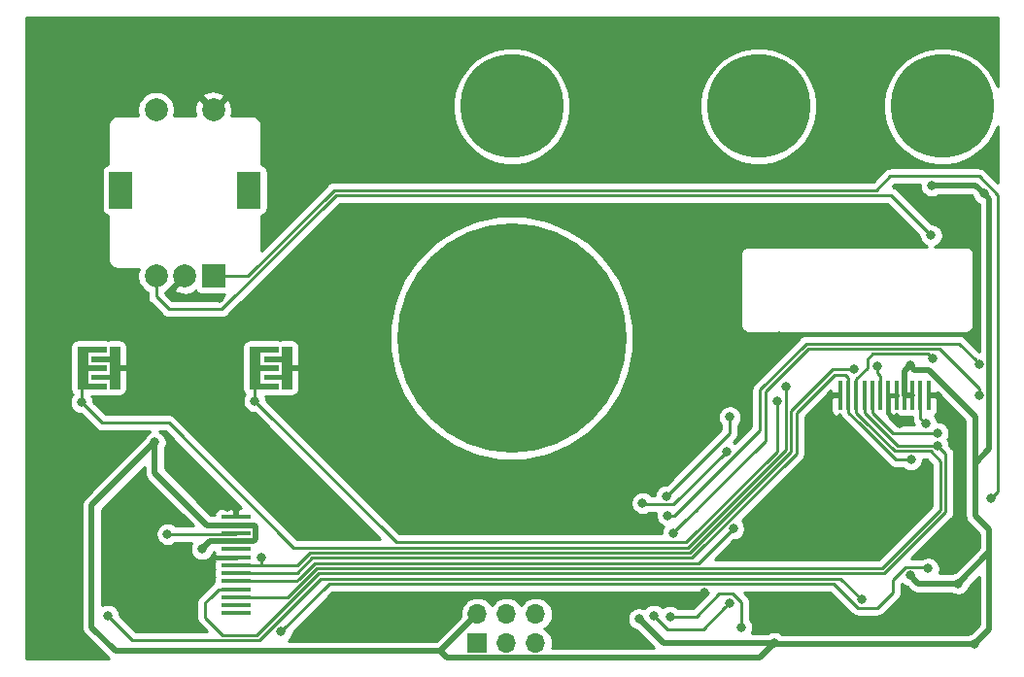
<source format=gbr>
G04 #@! TF.GenerationSoftware,KiCad,Pcbnew,(5.1.0)-1*
G04 #@! TF.CreationDate,2019-07-24T04:12:41+08:00*
G04 #@! TF.ProjectId,Power_Source,506f7765-725f-4536-9f75-7263652e6b69,rev?*
G04 #@! TF.SameCoordinates,Original*
G04 #@! TF.FileFunction,Copper,L2,Bot*
G04 #@! TF.FilePolarity,Positive*
%FSLAX46Y46*%
G04 Gerber Fmt 4.6, Leading zero omitted, Abs format (unit mm)*
G04 Created by KiCad (PCBNEW (5.1.0)-1) date 2019-07-24 04:12:41*
%MOMM*%
%LPD*%
G04 APERTURE LIST*
%ADD10C,0.100000*%
%ADD11R,0.350000X2.500000*%
%ADD12C,20.000000*%
%ADD13C,0.800000*%
%ADD14C,9.000000*%
%ADD15C,2.000000*%
%ADD16R,2.000000X3.200000*%
%ADD17R,2.000000X2.000000*%
%ADD18O,1.700000X1.700000*%
%ADD19R,1.700000X1.700000*%
%ADD20R,2.500000X0.350000*%
%ADD21C,0.500000*%
%ADD22C,0.400000*%
%ADD23C,0.250000*%
%ADD24C,0.254000*%
G04 APERTURE END LIST*
D10*
G36*
X126880000Y-97060000D02*
G01*
X129280000Y-97060000D01*
X129280000Y-96660000D01*
X126880000Y-96660000D01*
X126880000Y-97060000D01*
G37*
X126880000Y-97060000D02*
X129280000Y-97060000D01*
X129280000Y-96660000D01*
X126880000Y-96660000D01*
X126880000Y-97060000D01*
G36*
X128080000Y-97860000D02*
G01*
X130480000Y-97860000D01*
X130480000Y-97460000D01*
X128080000Y-97460000D01*
X128080000Y-97860000D01*
G37*
X128080000Y-97860000D02*
X130480000Y-97860000D01*
X130480000Y-97460000D01*
X128080000Y-97460000D01*
X128080000Y-97860000D01*
G36*
X126880000Y-98660000D02*
G01*
X129280000Y-98660000D01*
X129280000Y-98260000D01*
X126880000Y-98260000D01*
X126880000Y-98660000D01*
G37*
X126880000Y-98660000D02*
X129280000Y-98660000D01*
X129280000Y-98260000D01*
X126880000Y-98260000D01*
X126880000Y-98660000D01*
G36*
X128080000Y-99460000D02*
G01*
X130480000Y-99460000D01*
X130480000Y-99060000D01*
X128080000Y-99060000D01*
X128080000Y-99460000D01*
G37*
X128080000Y-99460000D02*
X130480000Y-99460000D01*
X130480000Y-99060000D01*
X128080000Y-99060000D01*
X128080000Y-99460000D01*
G36*
X126880000Y-100260000D02*
G01*
X129280000Y-100260000D01*
X129280000Y-99860000D01*
X126880000Y-99860000D01*
X126880000Y-100260000D01*
G37*
X126880000Y-100260000D02*
X129280000Y-100260000D01*
X129280000Y-99860000D01*
X126880000Y-99860000D01*
X126880000Y-100260000D01*
G36*
X126880000Y-100260000D02*
G01*
X126880000Y-96660000D01*
X127680000Y-96660000D01*
X127680000Y-100260000D01*
X126880000Y-100260000D01*
G37*
X126880000Y-100260000D02*
X126880000Y-96660000D01*
X127680000Y-96660000D01*
X127680000Y-100260000D01*
X126880000Y-100260000D01*
G36*
X130480000Y-100260000D02*
G01*
X130480000Y-96660000D01*
X129680000Y-96660000D01*
X129680000Y-100260000D01*
X130480000Y-100260000D01*
G37*
X130480000Y-100260000D02*
X130480000Y-96660000D01*
X129680000Y-96660000D01*
X129680000Y-100260000D01*
X130480000Y-100260000D01*
G36*
X111880000Y-97060000D02*
G01*
X114280000Y-97060000D01*
X114280000Y-96660000D01*
X111880000Y-96660000D01*
X111880000Y-97060000D01*
G37*
X111880000Y-97060000D02*
X114280000Y-97060000D01*
X114280000Y-96660000D01*
X111880000Y-96660000D01*
X111880000Y-97060000D01*
G36*
X113080000Y-97860000D02*
G01*
X115480000Y-97860000D01*
X115480000Y-97460000D01*
X113080000Y-97460000D01*
X113080000Y-97860000D01*
G37*
X113080000Y-97860000D02*
X115480000Y-97860000D01*
X115480000Y-97460000D01*
X113080000Y-97460000D01*
X113080000Y-97860000D01*
G36*
X111880000Y-98660000D02*
G01*
X114280000Y-98660000D01*
X114280000Y-98260000D01*
X111880000Y-98260000D01*
X111880000Y-98660000D01*
G37*
X111880000Y-98660000D02*
X114280000Y-98660000D01*
X114280000Y-98260000D01*
X111880000Y-98260000D01*
X111880000Y-98660000D01*
G36*
X113080000Y-99460000D02*
G01*
X115480000Y-99460000D01*
X115480000Y-99060000D01*
X113080000Y-99060000D01*
X113080000Y-99460000D01*
G37*
X113080000Y-99460000D02*
X115480000Y-99460000D01*
X115480000Y-99060000D01*
X113080000Y-99060000D01*
X113080000Y-99460000D01*
G36*
X111880000Y-100260000D02*
G01*
X114280000Y-100260000D01*
X114280000Y-99860000D01*
X111880000Y-99860000D01*
X111880000Y-100260000D01*
G37*
X111880000Y-100260000D02*
X114280000Y-100260000D01*
X114280000Y-99860000D01*
X111880000Y-99860000D01*
X111880000Y-100260000D01*
G36*
X111880000Y-100260000D02*
G01*
X111880000Y-96660000D01*
X112680000Y-96660000D01*
X112680000Y-100260000D01*
X111880000Y-100260000D01*
G37*
X111880000Y-100260000D02*
X111880000Y-96660000D01*
X112680000Y-96660000D01*
X112680000Y-100260000D01*
X111880000Y-100260000D01*
G36*
X115480000Y-100260000D02*
G01*
X115480000Y-96660000D01*
X114680000Y-96660000D01*
X114680000Y-100260000D01*
X115480000Y-100260000D01*
G37*
X115480000Y-100260000D02*
X115480000Y-96660000D01*
X114680000Y-96660000D01*
X114680000Y-100260000D01*
X115480000Y-100260000D01*
D11*
X178307400Y-100857400D03*
X179007400Y-100857400D03*
X179707400Y-100857400D03*
X180407400Y-100857400D03*
X181107400Y-100857400D03*
X181807400Y-100857400D03*
X182507400Y-100857400D03*
X183207400Y-100857400D03*
X183907400Y-100857400D03*
X184607400Y-100857400D03*
X185307400Y-100857400D03*
X186007400Y-100857400D03*
D12*
X149680000Y-95860000D03*
D10*
G36*
X130299603Y-96660963D02*
G01*
X130319018Y-96663843D01*
X130338057Y-96668612D01*
X130356537Y-96675224D01*
X130374279Y-96683616D01*
X130391114Y-96693706D01*
X130406879Y-96705398D01*
X130421421Y-96718579D01*
X130434602Y-96733121D01*
X130446294Y-96748886D01*
X130456384Y-96765721D01*
X130464776Y-96783463D01*
X130471388Y-96801943D01*
X130476157Y-96820982D01*
X130479037Y-96840397D01*
X130480000Y-96860000D01*
X130480000Y-100060000D01*
X130479037Y-100079603D01*
X130476157Y-100099018D01*
X130471388Y-100118057D01*
X130464776Y-100136537D01*
X130456384Y-100154279D01*
X130446294Y-100171114D01*
X130434602Y-100186879D01*
X130421421Y-100201421D01*
X130406879Y-100214602D01*
X130391114Y-100226294D01*
X130374279Y-100236384D01*
X130356537Y-100244776D01*
X130338057Y-100251388D01*
X130319018Y-100256157D01*
X130299603Y-100259037D01*
X130280000Y-100260000D01*
X129880000Y-100260000D01*
X129860397Y-100259037D01*
X129840982Y-100256157D01*
X129821943Y-100251388D01*
X129803463Y-100244776D01*
X129785721Y-100236384D01*
X129768886Y-100226294D01*
X129753121Y-100214602D01*
X129738579Y-100201421D01*
X129725398Y-100186879D01*
X129713706Y-100171114D01*
X129703616Y-100154279D01*
X129695224Y-100136537D01*
X129688612Y-100118057D01*
X129683843Y-100099018D01*
X129680963Y-100079603D01*
X129680000Y-100060000D01*
X129680000Y-96860000D01*
X129680963Y-96840397D01*
X129683843Y-96820982D01*
X129688612Y-96801943D01*
X129695224Y-96783463D01*
X129703616Y-96765721D01*
X129713706Y-96748886D01*
X129725398Y-96733121D01*
X129738579Y-96718579D01*
X129753121Y-96705398D01*
X129768886Y-96693706D01*
X129785721Y-96683616D01*
X129803463Y-96675224D01*
X129821943Y-96668612D01*
X129840982Y-96663843D01*
X129860397Y-96660963D01*
X129880000Y-96660000D01*
X130280000Y-96660000D01*
X130299603Y-96660963D01*
X130299603Y-96660963D01*
G37*
D13*
X130080000Y-98460000D03*
D10*
G36*
X127499603Y-96660963D02*
G01*
X127519018Y-96663843D01*
X127538057Y-96668612D01*
X127556537Y-96675224D01*
X127574279Y-96683616D01*
X127591114Y-96693706D01*
X127606879Y-96705398D01*
X127621421Y-96718579D01*
X127634602Y-96733121D01*
X127646294Y-96748886D01*
X127656384Y-96765721D01*
X127664776Y-96783463D01*
X127671388Y-96801943D01*
X127676157Y-96820982D01*
X127679037Y-96840397D01*
X127680000Y-96860000D01*
X127680000Y-100060000D01*
X127679037Y-100079603D01*
X127676157Y-100099018D01*
X127671388Y-100118057D01*
X127664776Y-100136537D01*
X127656384Y-100154279D01*
X127646294Y-100171114D01*
X127634602Y-100186879D01*
X127621421Y-100201421D01*
X127606879Y-100214602D01*
X127591114Y-100226294D01*
X127574279Y-100236384D01*
X127556537Y-100244776D01*
X127538057Y-100251388D01*
X127519018Y-100256157D01*
X127499603Y-100259037D01*
X127480000Y-100260000D01*
X127080000Y-100260000D01*
X127060397Y-100259037D01*
X127040982Y-100256157D01*
X127021943Y-100251388D01*
X127003463Y-100244776D01*
X126985721Y-100236384D01*
X126968886Y-100226294D01*
X126953121Y-100214602D01*
X126938579Y-100201421D01*
X126925398Y-100186879D01*
X126913706Y-100171114D01*
X126903616Y-100154279D01*
X126895224Y-100136537D01*
X126888612Y-100118057D01*
X126883843Y-100099018D01*
X126880963Y-100079603D01*
X126880000Y-100060000D01*
X126880000Y-96860000D01*
X126880963Y-96840397D01*
X126883843Y-96820982D01*
X126888612Y-96801943D01*
X126895224Y-96783463D01*
X126903616Y-96765721D01*
X126913706Y-96748886D01*
X126925398Y-96733121D01*
X126938579Y-96718579D01*
X126953121Y-96705398D01*
X126968886Y-96693706D01*
X126985721Y-96683616D01*
X127003463Y-96675224D01*
X127021943Y-96668612D01*
X127040982Y-96663843D01*
X127060397Y-96660963D01*
X127080000Y-96660000D01*
X127480000Y-96660000D01*
X127499603Y-96660963D01*
X127499603Y-96660963D01*
G37*
D13*
X127280000Y-98460000D03*
D10*
G36*
X115299603Y-96660963D02*
G01*
X115319018Y-96663843D01*
X115338057Y-96668612D01*
X115356537Y-96675224D01*
X115374279Y-96683616D01*
X115391114Y-96693706D01*
X115406879Y-96705398D01*
X115421421Y-96718579D01*
X115434602Y-96733121D01*
X115446294Y-96748886D01*
X115456384Y-96765721D01*
X115464776Y-96783463D01*
X115471388Y-96801943D01*
X115476157Y-96820982D01*
X115479037Y-96840397D01*
X115480000Y-96860000D01*
X115480000Y-100060000D01*
X115479037Y-100079603D01*
X115476157Y-100099018D01*
X115471388Y-100118057D01*
X115464776Y-100136537D01*
X115456384Y-100154279D01*
X115446294Y-100171114D01*
X115434602Y-100186879D01*
X115421421Y-100201421D01*
X115406879Y-100214602D01*
X115391114Y-100226294D01*
X115374279Y-100236384D01*
X115356537Y-100244776D01*
X115338057Y-100251388D01*
X115319018Y-100256157D01*
X115299603Y-100259037D01*
X115280000Y-100260000D01*
X114880000Y-100260000D01*
X114860397Y-100259037D01*
X114840982Y-100256157D01*
X114821943Y-100251388D01*
X114803463Y-100244776D01*
X114785721Y-100236384D01*
X114768886Y-100226294D01*
X114753121Y-100214602D01*
X114738579Y-100201421D01*
X114725398Y-100186879D01*
X114713706Y-100171114D01*
X114703616Y-100154279D01*
X114695224Y-100136537D01*
X114688612Y-100118057D01*
X114683843Y-100099018D01*
X114680963Y-100079603D01*
X114680000Y-100060000D01*
X114680000Y-96860000D01*
X114680963Y-96840397D01*
X114683843Y-96820982D01*
X114688612Y-96801943D01*
X114695224Y-96783463D01*
X114703616Y-96765721D01*
X114713706Y-96748886D01*
X114725398Y-96733121D01*
X114738579Y-96718579D01*
X114753121Y-96705398D01*
X114768886Y-96693706D01*
X114785721Y-96683616D01*
X114803463Y-96675224D01*
X114821943Y-96668612D01*
X114840982Y-96663843D01*
X114860397Y-96660963D01*
X114880000Y-96660000D01*
X115280000Y-96660000D01*
X115299603Y-96660963D01*
X115299603Y-96660963D01*
G37*
D13*
X115080000Y-98460000D03*
D10*
G36*
X112499603Y-96660963D02*
G01*
X112519018Y-96663843D01*
X112538057Y-96668612D01*
X112556537Y-96675224D01*
X112574279Y-96683616D01*
X112591114Y-96693706D01*
X112606879Y-96705398D01*
X112621421Y-96718579D01*
X112634602Y-96733121D01*
X112646294Y-96748886D01*
X112656384Y-96765721D01*
X112664776Y-96783463D01*
X112671388Y-96801943D01*
X112676157Y-96820982D01*
X112679037Y-96840397D01*
X112680000Y-96860000D01*
X112680000Y-100060000D01*
X112679037Y-100079603D01*
X112676157Y-100099018D01*
X112671388Y-100118057D01*
X112664776Y-100136537D01*
X112656384Y-100154279D01*
X112646294Y-100171114D01*
X112634602Y-100186879D01*
X112621421Y-100201421D01*
X112606879Y-100214602D01*
X112591114Y-100226294D01*
X112574279Y-100236384D01*
X112556537Y-100244776D01*
X112538057Y-100251388D01*
X112519018Y-100256157D01*
X112499603Y-100259037D01*
X112480000Y-100260000D01*
X112080000Y-100260000D01*
X112060397Y-100259037D01*
X112040982Y-100256157D01*
X112021943Y-100251388D01*
X112003463Y-100244776D01*
X111985721Y-100236384D01*
X111968886Y-100226294D01*
X111953121Y-100214602D01*
X111938579Y-100201421D01*
X111925398Y-100186879D01*
X111913706Y-100171114D01*
X111903616Y-100154279D01*
X111895224Y-100136537D01*
X111888612Y-100118057D01*
X111883843Y-100099018D01*
X111880963Y-100079603D01*
X111880000Y-100060000D01*
X111880000Y-96860000D01*
X111880963Y-96840397D01*
X111883843Y-96820982D01*
X111888612Y-96801943D01*
X111895224Y-96783463D01*
X111903616Y-96765721D01*
X111913706Y-96748886D01*
X111925398Y-96733121D01*
X111938579Y-96718579D01*
X111953121Y-96705398D01*
X111968886Y-96693706D01*
X111985721Y-96683616D01*
X112003463Y-96675224D01*
X112021943Y-96668612D01*
X112040982Y-96663843D01*
X112060397Y-96660963D01*
X112080000Y-96660000D01*
X112480000Y-96660000D01*
X112499603Y-96660963D01*
X112499603Y-96660963D01*
G37*
D13*
X112280000Y-98460000D03*
D14*
X149680000Y-75660000D03*
X187180000Y-75660000D03*
X171180000Y-75660000D03*
D15*
X118680000Y-75960000D03*
X123680000Y-75960000D03*
D16*
X115580000Y-82960000D03*
X126780000Y-82960000D03*
D15*
X118680000Y-90460000D03*
X121180000Y-90460000D03*
D17*
X123680000Y-90460000D03*
D18*
X151760000Y-119920000D03*
X151760000Y-122460000D03*
X149220000Y-119920000D03*
X149220000Y-122460000D03*
X146680000Y-119920000D03*
D19*
X146680000Y-122460000D03*
D20*
X125631000Y-111468600D03*
X125631000Y-112168600D03*
X125631000Y-112868600D03*
X125631000Y-113568600D03*
X125631000Y-114268600D03*
X125631000Y-114968600D03*
X125631000Y-115668600D03*
X125631000Y-116368600D03*
X125631000Y-117068600D03*
X125631000Y-117768600D03*
X125631000Y-118468600D03*
X125631000Y-119168600D03*
X125631000Y-119868600D03*
D13*
X176680000Y-108460000D03*
X178680000Y-108460000D03*
X180680000Y-108460000D03*
X176680000Y-110460000D03*
X178680000Y-110460000D03*
X180680000Y-110460000D03*
X170680000Y-86460000D03*
X166680000Y-86460000D03*
X162680000Y-86460000D03*
X162680000Y-90460000D03*
X162680000Y-94460000D03*
X162680000Y-98460000D03*
X157680000Y-69460000D03*
X162680000Y-69460000D03*
X176680000Y-69460000D03*
X180680000Y-69460000D03*
X140680000Y-69460000D03*
X135680000Y-69460000D03*
X110680000Y-69460000D03*
X114680000Y-69460000D03*
X109680000Y-80460000D03*
X109680000Y-85460000D03*
X135680000Y-80460000D03*
X135680000Y-85460000D03*
X109680000Y-112460000D03*
X109680000Y-117460000D03*
X147680000Y-110460000D03*
X151680000Y-110460000D03*
X191680000Y-80460000D03*
X160280000Y-121560000D03*
X142680000Y-121460000D03*
X142680000Y-118460000D03*
X134680000Y-121460000D03*
X136680000Y-121460000D03*
X174680000Y-118460000D03*
X172680000Y-120460000D03*
X187680000Y-118460000D03*
X156680000Y-119460000D03*
X158680000Y-119460000D03*
X124680000Y-104460000D03*
X115680000Y-104460000D03*
X115680000Y-116460000D03*
X121680000Y-115460000D03*
X117680000Y-109460000D03*
X116680000Y-110460000D03*
X124180000Y-92360000D03*
X124880000Y-110560000D03*
X179880000Y-121160000D03*
X189880000Y-95760000D03*
X184080000Y-80460000D03*
X172980000Y-95660000D03*
X160680000Y-122560000D03*
X166480000Y-118060000D03*
X190180000Y-118060000D03*
X190080000Y-114060000D03*
X183480000Y-103360000D03*
X174580000Y-120860000D03*
X184080002Y-118460000D03*
X190080000Y-86460000D03*
X118580000Y-104960000D03*
X122680000Y-114260000D03*
X184380000Y-98260000D03*
X190853963Y-83285000D03*
X186280000Y-82560000D03*
X188580000Y-117260000D03*
X189980000Y-122560000D03*
X172580000Y-122459991D03*
X160780000Y-120360000D03*
X184380000Y-116560000D03*
X184480000Y-106460000D03*
X186380000Y-97660000D03*
X186780000Y-105260000D03*
X186780000Y-104160000D03*
X181580000Y-98360000D03*
X168987226Y-112478093D03*
X185780000Y-103360000D03*
X119680000Y-112960000D03*
X119680000Y-112960000D03*
X127880000Y-114960000D03*
X179480002Y-98560000D03*
X112180000Y-101460000D03*
X173580000Y-100060000D03*
X127280000Y-101360000D03*
X172780000Y-101360000D03*
X185980000Y-115960000D03*
X129580000Y-121460000D03*
X191480002Y-109860000D03*
X186224989Y-86915011D03*
X163780008Y-112860000D03*
X190454968Y-100860000D03*
X163280000Y-111360000D03*
X190454968Y-98160459D03*
X163180000Y-109660000D03*
X168680000Y-102760000D03*
X161080000Y-110260000D03*
X168380000Y-105760000D03*
X169680000Y-121060000D03*
X163480000Y-120160000D03*
X168680000Y-118960000D03*
X162080000Y-120060000D03*
X114480000Y-120060000D03*
X180162637Y-118643703D03*
D21*
X115080000Y-98460000D02*
X117080000Y-98460000D01*
X130080000Y-98460000D02*
X131780000Y-98460000D01*
D22*
X182507400Y-100857400D02*
X183207400Y-100857400D01*
X182507400Y-102387400D02*
X183480000Y-103360000D01*
X182507400Y-100857400D02*
X182507400Y-102387400D01*
X186582400Y-100857400D02*
X187080000Y-101355000D01*
X186007400Y-100857400D02*
X186582400Y-100857400D01*
X125631000Y-114968600D02*
X123571400Y-114968600D01*
X123571400Y-114968600D02*
X123180000Y-115360000D01*
D21*
X118580000Y-107617600D02*
X118580000Y-104960000D01*
X118580000Y-104960000D02*
X118580000Y-104960000D01*
X122680000Y-114260000D02*
X122880000Y-114060000D01*
X190853963Y-83285000D02*
X190128963Y-82560000D01*
X190128963Y-82560000D02*
X186280000Y-82560000D01*
X191305009Y-114534991D02*
X188580000Y-117260000D01*
X191305009Y-114385009D02*
X191305009Y-121234991D01*
X191305009Y-114385009D02*
X191305009Y-114534991D01*
X191305009Y-121234991D02*
X189980000Y-122560000D01*
X172680009Y-122560000D02*
X172580000Y-122459991D01*
X189980000Y-122560000D02*
X172680009Y-122560000D01*
X188580000Y-117260000D02*
X185080000Y-117260000D01*
X184779999Y-116959999D02*
X184380000Y-116560000D01*
X185080000Y-117260000D02*
X184779999Y-116959999D01*
X186045001Y-98659999D02*
X190080000Y-102694998D01*
X184380000Y-98260000D02*
X184779999Y-98659999D01*
X184779999Y-98659999D02*
X186045001Y-98659999D01*
X190080000Y-111360000D02*
X191305009Y-112585009D01*
X191305009Y-112585009D02*
X191305009Y-114385009D01*
X190080000Y-102694998D02*
X190080000Y-106760000D01*
X190080000Y-106760000D02*
X190080000Y-111360000D01*
X191304969Y-105535031D02*
X190080000Y-106760000D01*
X190853963Y-83285000D02*
X191304969Y-83736006D01*
X191304969Y-83736006D02*
X191304969Y-105535031D01*
X162879991Y-122459991D02*
X160780000Y-120360000D01*
X163279991Y-122459991D02*
X162879991Y-122459991D01*
X172580000Y-122459991D02*
X163279991Y-122459991D01*
X113080000Y-110460000D02*
X118580000Y-104960000D01*
X113080000Y-121060000D02*
X113080000Y-110460000D01*
X115180000Y-123160000D02*
X113080000Y-121060000D01*
X146680000Y-119920000D02*
X143440000Y-123160000D01*
X172180001Y-122859990D02*
X172580000Y-122459991D01*
X171279990Y-123760001D02*
X172180001Y-122859990D01*
X143440000Y-123160000D02*
X137680000Y-123160000D01*
X137680000Y-123160000D02*
X115180000Y-123160000D01*
X144040001Y-123760001D02*
X144779999Y-123760001D01*
X143440000Y-123160000D02*
X144040001Y-123760001D01*
X144779999Y-123760001D02*
X171279990Y-123760001D01*
X123131000Y-112168600D02*
X125631000Y-112168600D01*
X121951200Y-110988800D02*
X123131000Y-112168600D01*
X121951200Y-110988800D02*
X118580000Y-107617600D01*
X123371400Y-113568600D02*
X125631000Y-113568600D01*
X122680000Y-114260000D02*
X123371400Y-113568600D01*
X183907400Y-98732600D02*
X183907400Y-100857400D01*
X184380000Y-98260000D02*
X183907400Y-98732600D01*
X183907400Y-100857400D02*
X184607400Y-100857400D01*
X127166002Y-113568600D02*
X125631000Y-113568600D01*
X127331001Y-113403601D02*
X127166002Y-113568600D01*
X127331001Y-112333599D02*
X127331001Y-113403601D01*
X127166002Y-112168600D02*
X127331001Y-112333599D01*
X125631000Y-112168600D02*
X127166002Y-112168600D01*
D23*
X183110000Y-106460000D02*
X183914315Y-106460000D01*
X183914315Y-106460000D02*
X184480000Y-106460000D01*
X179007400Y-102357400D02*
X179007400Y-100857400D01*
X179995000Y-103345000D02*
X179007400Y-102357400D01*
X179995000Y-103345000D02*
X183110000Y-106460000D01*
X132295735Y-115035035D02*
X130962170Y-116368600D01*
X165404967Y-115035035D02*
X132295735Y-115035035D01*
X179007400Y-100857400D02*
X179007400Y-99357400D01*
X179007400Y-99357400D02*
X178710000Y-99060000D01*
X178710000Y-99060000D02*
X177807000Y-99060000D01*
X177807000Y-99060000D02*
X174480022Y-102386976D01*
X174480022Y-102386976D02*
X174480022Y-105959980D01*
X130962170Y-116368600D02*
X125631000Y-116368600D01*
X174480022Y-105959980D02*
X165404967Y-115035035D01*
X186380000Y-97660000D02*
X186380000Y-97660000D01*
X186157007Y-105710009D02*
X183060009Y-105710009D01*
X187054991Y-106607993D02*
X186157007Y-105710009D01*
X187054991Y-107934991D02*
X187054991Y-106607993D01*
X187054991Y-107934991D02*
X187054991Y-107760000D01*
X132668533Y-115935057D02*
X181968533Y-115935057D01*
X187054991Y-110848599D02*
X187054991Y-107934991D01*
X181968533Y-115935057D02*
X187054991Y-110848599D01*
X179707400Y-102357400D02*
X179707400Y-100857400D01*
X180395000Y-103045000D02*
X179707400Y-102357400D01*
X183060009Y-105710009D02*
X180395000Y-103045000D01*
X180395000Y-103045000D02*
X180207400Y-102857400D01*
X130134990Y-118468600D02*
X125631000Y-118468600D01*
X131011795Y-117591795D02*
X130134990Y-118468600D01*
X131011795Y-117591795D02*
X132668533Y-115935057D01*
X179707400Y-99405604D02*
X179707400Y-100857400D01*
X180654998Y-98458006D02*
X179707400Y-99405604D01*
X180654998Y-97711998D02*
X180654998Y-98458006D01*
X181106995Y-97260001D02*
X180654998Y-97711998D01*
X185980001Y-97260001D02*
X181106995Y-97260001D01*
X186380000Y-97660000D02*
X185980001Y-97260001D01*
X185180000Y-105260000D02*
X185180000Y-105260000D01*
X186214315Y-105260000D02*
X186780000Y-105260000D01*
X183310000Y-105260000D02*
X186214315Y-105260000D01*
X187505001Y-105985001D02*
X187179999Y-105659999D01*
X187179999Y-105659999D02*
X186780000Y-105260000D01*
X182154933Y-116385068D02*
X187505002Y-111034999D01*
X124512398Y-121760000D02*
X127480000Y-121760000D01*
X187505002Y-111034999D02*
X187505001Y-105985001D01*
X122980000Y-118919600D02*
X122980000Y-120227602D01*
X127480000Y-121760000D02*
X132854932Y-116385068D01*
X132854932Y-116385068D02*
X182154933Y-116385068D01*
X122980000Y-120227602D02*
X124512398Y-121760000D01*
X180407400Y-102357400D02*
X180407400Y-100857400D01*
X181045000Y-102995000D02*
X180407400Y-102357400D01*
X181045000Y-102995000D02*
X183310000Y-105260000D01*
X124131000Y-117768600D02*
X125631000Y-117768600D01*
X123459800Y-118439800D02*
X124131000Y-117768600D01*
X123631000Y-118268600D02*
X123459800Y-118439800D01*
X123459800Y-118439800D02*
X122980000Y-118919600D01*
X181607400Y-102857400D02*
X182910000Y-104160000D01*
X186214315Y-104160000D02*
X186780000Y-104160000D01*
X182910000Y-104160000D02*
X186214315Y-104160000D01*
X181107400Y-102357400D02*
X181107400Y-100857400D01*
X181607400Y-102857400D02*
X181107400Y-102357400D01*
X168587227Y-112878092D02*
X168987226Y-112478093D01*
X165980273Y-115485046D02*
X168587227Y-112878092D01*
X132482134Y-115485046D02*
X165980273Y-115485046D01*
X181807400Y-99357400D02*
X181807400Y-100857400D01*
X181807400Y-99153085D02*
X181807400Y-99357400D01*
X181580000Y-98925685D02*
X181807400Y-99153085D01*
X181580000Y-98360000D02*
X181580000Y-98925685D01*
X130898580Y-117068600D02*
X125631000Y-117068600D01*
X131143590Y-116823590D02*
X130898580Y-117068600D01*
X131143590Y-116823590D02*
X132482134Y-115485046D01*
X185807400Y-103332600D02*
X185780000Y-103360000D01*
X185307400Y-102887400D02*
X185307400Y-100857400D01*
X185780000Y-103360000D02*
X185307400Y-102887400D01*
X119680000Y-112960000D02*
X119680000Y-112960000D01*
X119680000Y-112960000D02*
X119680000Y-112960000D01*
X125539600Y-112960000D02*
X125631000Y-112868600D01*
X119680000Y-112960000D02*
X125539600Y-112960000D01*
X127131000Y-115668600D02*
X125631000Y-115668600D01*
X127737085Y-115668600D02*
X127131000Y-115668600D01*
X127880000Y-115525685D02*
X127737085Y-115668600D01*
X127880000Y-114960000D02*
X127880000Y-115525685D01*
X178914317Y-98560000D02*
X179480002Y-98560000D01*
X125631000Y-115668600D02*
X131025760Y-115668600D01*
X131025760Y-115668600D02*
X132109336Y-114585024D01*
X177670588Y-98560000D02*
X178914317Y-98560000D01*
X132109336Y-114585024D02*
X165218567Y-114585024D01*
X165218567Y-114585024D02*
X174030011Y-105773580D01*
X174030011Y-105773580D02*
X174030011Y-102200577D01*
X174030011Y-102200577D02*
X177670588Y-98560000D01*
X112180000Y-98560000D02*
X112280000Y-98460000D01*
X112180000Y-101460000D02*
X112180000Y-98560000D01*
X173580000Y-100060000D02*
X173580000Y-100060000D01*
X173580000Y-100625685D02*
X173580000Y-100060000D01*
X112180000Y-101460000D02*
X113980000Y-103260000D01*
X113980000Y-103260000D02*
X119780000Y-103260000D01*
X119780000Y-103260000D02*
X130655013Y-114135013D01*
X130655013Y-114135013D02*
X165032167Y-114135013D01*
X165032167Y-114135013D02*
X173580000Y-105587180D01*
X173580000Y-105587180D02*
X173580000Y-100625685D01*
X127280000Y-101360000D02*
X127280000Y-98460000D01*
X127280000Y-101360000D02*
X139605002Y-113685002D01*
X164845768Y-113685002D02*
X172780000Y-105750770D01*
X172780000Y-101925685D02*
X172780000Y-101360000D01*
X172780000Y-105750770D02*
X172780000Y-101925685D01*
X139605002Y-113685002D02*
X164845768Y-113685002D01*
X185854999Y-115834999D02*
X185980000Y-115960000D01*
X184005001Y-115834999D02*
X185854999Y-115834999D01*
X183280000Y-116560000D02*
X182930000Y-116910000D01*
X183280000Y-116560000D02*
X184005001Y-115834999D01*
X133754912Y-117285088D02*
X129580000Y-121460000D01*
X183280000Y-116560000D02*
X182880000Y-116960000D01*
X182880000Y-116960000D02*
X182880000Y-118060000D01*
X182880000Y-118060000D02*
X181571296Y-119368704D01*
X179814636Y-119368704D02*
X177731020Y-117285088D01*
X181571296Y-119368704D02*
X179814636Y-119368704D01*
X177731020Y-117285088D02*
X133754912Y-117285088D01*
X192080000Y-109260002D02*
X191480002Y-109860000D01*
X192080000Y-83438036D02*
X192080000Y-109260002D01*
X126680000Y-90460000D02*
X134180000Y-82960000D01*
X134180000Y-82960000D02*
X181480000Y-82960000D01*
X123680000Y-90460000D02*
X126680000Y-90460000D01*
X181480000Y-82960000D02*
X182680000Y-81760000D01*
X182680000Y-81760000D02*
X190401965Y-81760000D01*
X190401965Y-81760000D02*
X192080000Y-83438036D01*
X118680000Y-92260000D02*
X118680000Y-90460000D01*
X119780000Y-93360000D02*
X118680000Y-92260000D01*
X124416410Y-93360000D02*
X119780000Y-93360000D01*
X134366399Y-83410011D02*
X124416410Y-93360000D01*
X186224989Y-86915011D02*
X182719989Y-83410011D01*
X182719989Y-83410011D02*
X134366399Y-83410011D01*
X163966364Y-112660000D02*
X165879963Y-110746401D01*
X163966364Y-112660000D02*
X163966364Y-112673644D01*
X163966364Y-112673644D02*
X163780008Y-112860000D01*
X175530008Y-96809992D02*
X186970645Y-96809992D01*
X186970645Y-96809992D02*
X190454968Y-100294315D01*
X190454968Y-100294315D02*
X190454968Y-100860000D01*
X171780000Y-100560000D02*
X175530008Y-96809992D01*
X171780000Y-104846364D02*
X171780000Y-100560000D01*
X163966364Y-112660000D02*
X171780000Y-104846364D01*
X171329990Y-103875695D02*
X171329991Y-100373599D01*
X175343608Y-96359982D02*
X188654491Y-96359982D01*
X171329991Y-100373599D02*
X175343608Y-96359982D01*
X163280000Y-111360000D02*
X163845685Y-111360000D01*
X163845685Y-111360000D02*
X171329990Y-103875695D01*
X190054969Y-97760460D02*
X190454968Y-98160459D01*
X188654491Y-96359982D02*
X190054969Y-97760460D01*
X163180000Y-109660000D02*
X168680000Y-104160000D01*
X168680000Y-104160000D02*
X168680000Y-102760000D01*
X161205001Y-110385001D02*
X163754999Y-110385001D01*
X161080000Y-110260000D02*
X161205001Y-110385001D01*
X163754999Y-110385001D02*
X168380000Y-105760000D01*
X169680000Y-118886998D02*
X169680000Y-121060000D01*
X168953002Y-118160000D02*
X169680000Y-118886998D01*
X167780000Y-118160000D02*
X168953002Y-118160000D01*
X165780000Y-120160000D02*
X167780000Y-118160000D01*
X163480000Y-120160000D02*
X165780000Y-120160000D01*
X162280000Y-120060000D02*
X162080000Y-119860000D01*
X162080000Y-120060000D02*
X163280000Y-121260000D01*
X163280000Y-121260000D02*
X166380000Y-121260000D01*
X168280001Y-119359999D02*
X168680000Y-118960000D01*
X166380000Y-121260000D02*
X168280001Y-119359999D01*
X116630009Y-122210009D02*
X127666401Y-122210009D01*
X114480000Y-120060000D02*
X116630009Y-122210009D01*
X127666401Y-122210009D02*
X133041332Y-116835078D01*
X133041332Y-116835078D02*
X158080000Y-116835078D01*
X158080000Y-116835078D02*
X178355078Y-116835078D01*
X178355078Y-116835078D02*
X180162637Y-118642637D01*
X180162637Y-118642637D02*
X180162637Y-118643703D01*
D24*
G36*
X192020000Y-73926392D02*
G01*
X191730578Y-73227665D01*
X191168615Y-72386628D01*
X190453372Y-71671385D01*
X189612335Y-71109422D01*
X188677824Y-70722335D01*
X187685753Y-70525000D01*
X186674247Y-70525000D01*
X185682176Y-70722335D01*
X184747665Y-71109422D01*
X183906628Y-71671385D01*
X183191385Y-72386628D01*
X182629422Y-73227665D01*
X182242335Y-74162176D01*
X182045000Y-75154247D01*
X182045000Y-76165753D01*
X182242335Y-77157824D01*
X182629422Y-78092335D01*
X183191385Y-78933372D01*
X183906628Y-79648615D01*
X184747665Y-80210578D01*
X185682176Y-80597665D01*
X186674247Y-80795000D01*
X187685753Y-80795000D01*
X188677824Y-80597665D01*
X189612335Y-80210578D01*
X190453372Y-79648615D01*
X191168615Y-78933372D01*
X191730578Y-78092335D01*
X192020000Y-77393607D01*
X192020001Y-82303234D01*
X190965769Y-81249003D01*
X190941966Y-81219999D01*
X190826241Y-81125026D01*
X190694212Y-81054454D01*
X190550951Y-81010997D01*
X190439298Y-81000000D01*
X190439288Y-81000000D01*
X190401965Y-80996324D01*
X190364643Y-81000000D01*
X182717322Y-81000000D01*
X182679999Y-80996324D01*
X182642676Y-81000000D01*
X182642667Y-81000000D01*
X182531014Y-81010997D01*
X182387753Y-81054454D01*
X182255724Y-81125026D01*
X182139999Y-81219999D01*
X182116201Y-81248997D01*
X181165199Y-82200000D01*
X134217325Y-82200000D01*
X134180000Y-82196324D01*
X134142675Y-82200000D01*
X134142667Y-82200000D01*
X134031014Y-82210997D01*
X133887753Y-82254454D01*
X133755724Y-82325026D01*
X133639999Y-82419999D01*
X133616201Y-82448997D01*
X127840000Y-88225199D01*
X127840000Y-85192163D01*
X127904482Y-85185812D01*
X128024180Y-85149502D01*
X128134494Y-85090537D01*
X128231185Y-85011185D01*
X128310537Y-84914494D01*
X128369502Y-84804180D01*
X128405812Y-84684482D01*
X128418072Y-84560000D01*
X128418072Y-81360000D01*
X128405812Y-81235518D01*
X128369502Y-81115820D01*
X128310537Y-81005506D01*
X128231185Y-80908815D01*
X128134494Y-80829463D01*
X128024180Y-80770498D01*
X127904482Y-80734188D01*
X127840000Y-80727837D01*
X127840000Y-77192419D01*
X127843193Y-77160000D01*
X127830450Y-77030617D01*
X127792710Y-76906207D01*
X127731425Y-76791550D01*
X127648948Y-76691052D01*
X127548450Y-76608575D01*
X127433793Y-76547290D01*
X127309383Y-76509550D01*
X127212419Y-76500000D01*
X127180000Y-76496807D01*
X127147581Y-76500000D01*
X125228682Y-76500000D01*
X125302384Y-76218892D01*
X125321718Y-75897405D01*
X125277961Y-75578325D01*
X125172795Y-75273912D01*
X125108834Y-75154247D01*
X144545000Y-75154247D01*
X144545000Y-76165753D01*
X144742335Y-77157824D01*
X145129422Y-78092335D01*
X145691385Y-78933372D01*
X146406628Y-79648615D01*
X147247665Y-80210578D01*
X148182176Y-80597665D01*
X149174247Y-80795000D01*
X150185753Y-80795000D01*
X151177824Y-80597665D01*
X152112335Y-80210578D01*
X152953372Y-79648615D01*
X153668615Y-78933372D01*
X154230578Y-78092335D01*
X154617665Y-77157824D01*
X154815000Y-76165753D01*
X154815000Y-75154247D01*
X166045000Y-75154247D01*
X166045000Y-76165753D01*
X166242335Y-77157824D01*
X166629422Y-78092335D01*
X167191385Y-78933372D01*
X167906628Y-79648615D01*
X168747665Y-80210578D01*
X169682176Y-80597665D01*
X170674247Y-80795000D01*
X171685753Y-80795000D01*
X172677824Y-80597665D01*
X173612335Y-80210578D01*
X174453372Y-79648615D01*
X175168615Y-78933372D01*
X175730578Y-78092335D01*
X176117665Y-77157824D01*
X176315000Y-76165753D01*
X176315000Y-75154247D01*
X176117665Y-74162176D01*
X175730578Y-73227665D01*
X175168615Y-72386628D01*
X174453372Y-71671385D01*
X173612335Y-71109422D01*
X172677824Y-70722335D01*
X171685753Y-70525000D01*
X170674247Y-70525000D01*
X169682176Y-70722335D01*
X168747665Y-71109422D01*
X167906628Y-71671385D01*
X167191385Y-72386628D01*
X166629422Y-73227665D01*
X166242335Y-74162176D01*
X166045000Y-75154247D01*
X154815000Y-75154247D01*
X154617665Y-74162176D01*
X154230578Y-73227665D01*
X153668615Y-72386628D01*
X152953372Y-71671385D01*
X152112335Y-71109422D01*
X151177824Y-70722335D01*
X150185753Y-70525000D01*
X149174247Y-70525000D01*
X148182176Y-70722335D01*
X147247665Y-71109422D01*
X146406628Y-71671385D01*
X145691385Y-72386628D01*
X145129422Y-73227665D01*
X144742335Y-74162176D01*
X144545000Y-75154247D01*
X125108834Y-75154247D01*
X125079814Y-75099956D01*
X124815413Y-75004192D01*
X123859605Y-75960000D01*
X123873748Y-75974143D01*
X123694143Y-76153748D01*
X123680000Y-76139605D01*
X123665858Y-76153748D01*
X123486253Y-75974143D01*
X123500395Y-75960000D01*
X122544587Y-75004192D01*
X122280186Y-75099956D01*
X122139296Y-75389571D01*
X122057616Y-75701108D01*
X122038282Y-76022595D01*
X122082039Y-76341675D01*
X122136736Y-76500000D01*
X120226036Y-76500000D01*
X120252168Y-76436912D01*
X120315000Y-76121033D01*
X120315000Y-75798967D01*
X120252168Y-75483088D01*
X120128918Y-75185537D01*
X119949987Y-74917748D01*
X119856826Y-74824587D01*
X122724192Y-74824587D01*
X123680000Y-75780395D01*
X124635808Y-74824587D01*
X124540044Y-74560186D01*
X124250429Y-74419296D01*
X123938892Y-74337616D01*
X123617405Y-74318282D01*
X123298325Y-74362039D01*
X122993912Y-74467205D01*
X122819956Y-74560186D01*
X122724192Y-74824587D01*
X119856826Y-74824587D01*
X119722252Y-74690013D01*
X119454463Y-74511082D01*
X119156912Y-74387832D01*
X118841033Y-74325000D01*
X118518967Y-74325000D01*
X118203088Y-74387832D01*
X117905537Y-74511082D01*
X117637748Y-74690013D01*
X117410013Y-74917748D01*
X117231082Y-75185537D01*
X117107832Y-75483088D01*
X117045000Y-75798967D01*
X117045000Y-76121033D01*
X117107832Y-76436912D01*
X117133964Y-76500000D01*
X115212419Y-76500000D01*
X115180000Y-76496807D01*
X115147581Y-76500000D01*
X115050617Y-76509550D01*
X114926207Y-76547290D01*
X114811550Y-76608575D01*
X114711052Y-76691052D01*
X114628575Y-76791550D01*
X114567290Y-76906207D01*
X114529550Y-77030617D01*
X114516807Y-77160000D01*
X114520000Y-77192419D01*
X114520000Y-80727837D01*
X114455518Y-80734188D01*
X114335820Y-80770498D01*
X114225506Y-80829463D01*
X114128815Y-80908815D01*
X114049463Y-81005506D01*
X113990498Y-81115820D01*
X113954188Y-81235518D01*
X113941928Y-81360000D01*
X113941928Y-84560000D01*
X113954188Y-84684482D01*
X113990498Y-84804180D01*
X114049463Y-84914494D01*
X114128815Y-85011185D01*
X114225506Y-85090537D01*
X114335820Y-85149502D01*
X114455518Y-85185812D01*
X114520001Y-85192163D01*
X114520001Y-89127571D01*
X114516807Y-89160000D01*
X114529550Y-89289383D01*
X114567290Y-89413793D01*
X114628575Y-89528450D01*
X114711052Y-89628948D01*
X114811550Y-89711425D01*
X114926207Y-89772710D01*
X115050617Y-89810450D01*
X115147581Y-89820000D01*
X115180000Y-89823193D01*
X115212419Y-89820000D01*
X117175385Y-89820000D01*
X117107832Y-89983088D01*
X117045000Y-90298967D01*
X117045000Y-90621033D01*
X117107832Y-90936912D01*
X117231082Y-91234463D01*
X117410013Y-91502252D01*
X117637748Y-91729987D01*
X117905537Y-91908918D01*
X117920000Y-91914909D01*
X117920000Y-92222677D01*
X117916324Y-92260000D01*
X117920000Y-92297322D01*
X117920000Y-92297332D01*
X117930997Y-92408985D01*
X117974454Y-92552246D01*
X118045026Y-92684276D01*
X118078469Y-92725026D01*
X118139999Y-92800001D01*
X118169002Y-92823804D01*
X119216201Y-93871003D01*
X119239999Y-93900001D01*
X119268997Y-93923799D01*
X119355723Y-93994974D01*
X119487753Y-94065546D01*
X119631014Y-94109003D01*
X119742667Y-94120000D01*
X119742677Y-94120000D01*
X119780000Y-94123676D01*
X119817323Y-94120000D01*
X124379088Y-94120000D01*
X124416410Y-94123676D01*
X124453732Y-94120000D01*
X124453743Y-94120000D01*
X124565396Y-94109003D01*
X124708657Y-94065546D01*
X124840686Y-93994974D01*
X124956411Y-93900001D01*
X124980214Y-93870997D01*
X134681202Y-84170011D01*
X182405188Y-84170011D01*
X185189989Y-86954813D01*
X185189989Y-87016950D01*
X185229763Y-87216909D01*
X185307784Y-87405267D01*
X185421052Y-87574785D01*
X185565215Y-87718948D01*
X185734733Y-87832216D01*
X185898377Y-87900000D01*
X170312419Y-87900000D01*
X170280000Y-87896807D01*
X170247581Y-87900000D01*
X170150617Y-87909550D01*
X170026207Y-87947290D01*
X169911550Y-88008575D01*
X169811052Y-88091052D01*
X169728575Y-88191550D01*
X169667290Y-88306207D01*
X169629550Y-88430617D01*
X169616807Y-88560000D01*
X169620000Y-88592419D01*
X169620001Y-94727571D01*
X169616807Y-94760000D01*
X169629550Y-94889383D01*
X169667290Y-95013793D01*
X169728575Y-95128450D01*
X169811052Y-95228948D01*
X169911550Y-95311425D01*
X170026207Y-95372710D01*
X170150617Y-95410450D01*
X170247581Y-95420000D01*
X170280000Y-95423193D01*
X170312419Y-95420000D01*
X189247581Y-95420000D01*
X189280000Y-95423193D01*
X189312419Y-95420000D01*
X189409383Y-95410450D01*
X189533793Y-95372710D01*
X189648450Y-95311425D01*
X189748948Y-95228948D01*
X189831425Y-95128450D01*
X189892710Y-95013793D01*
X189930450Y-94889383D01*
X189943193Y-94760000D01*
X189940000Y-94727581D01*
X189940000Y-88592419D01*
X189943193Y-88560000D01*
X189930450Y-88430617D01*
X189892710Y-88306207D01*
X189831425Y-88191550D01*
X189748948Y-88091052D01*
X189648450Y-88008575D01*
X189533793Y-87947290D01*
X189409383Y-87909550D01*
X189312419Y-87900000D01*
X189280000Y-87896807D01*
X189247581Y-87900000D01*
X186551601Y-87900000D01*
X186715245Y-87832216D01*
X186884763Y-87718948D01*
X187028926Y-87574785D01*
X187142194Y-87405267D01*
X187220215Y-87216909D01*
X187259989Y-87016950D01*
X187259989Y-86813072D01*
X187220215Y-86613113D01*
X187142194Y-86424755D01*
X187028926Y-86255237D01*
X186884763Y-86111074D01*
X186715245Y-85997806D01*
X186526887Y-85919785D01*
X186326928Y-85880011D01*
X186264791Y-85880011D01*
X183283793Y-82899014D01*
X183259990Y-82870010D01*
X183144265Y-82775037D01*
X183012236Y-82704465D01*
X182868975Y-82661008D01*
X182855155Y-82659647D01*
X182994802Y-82520000D01*
X185245000Y-82520000D01*
X185245000Y-82661939D01*
X185284774Y-82861898D01*
X185362795Y-83050256D01*
X185476063Y-83219774D01*
X185620226Y-83363937D01*
X185789744Y-83477205D01*
X185978102Y-83555226D01*
X186178061Y-83595000D01*
X186381939Y-83595000D01*
X186581898Y-83555226D01*
X186770256Y-83477205D01*
X186818454Y-83445000D01*
X189762385Y-83445000D01*
X189847428Y-83530044D01*
X189858737Y-83586898D01*
X189936758Y-83775256D01*
X190050026Y-83944774D01*
X190194189Y-84088937D01*
X190363707Y-84202205D01*
X190419969Y-84225510D01*
X190419970Y-97050659D01*
X189218295Y-95848985D01*
X189194492Y-95819981D01*
X189078767Y-95725008D01*
X188946738Y-95654436D01*
X188803477Y-95610979D01*
X188691824Y-95599982D01*
X188691813Y-95599982D01*
X188654491Y-95596306D01*
X188617169Y-95599982D01*
X175380941Y-95599982D01*
X175343608Y-95596305D01*
X175306275Y-95599982D01*
X175194622Y-95610979D01*
X175051361Y-95654436D01*
X174919332Y-95725008D01*
X174803607Y-95819981D01*
X174779809Y-95848979D01*
X170818989Y-99809800D01*
X170789991Y-99833598D01*
X170766193Y-99862596D01*
X170766192Y-99862597D01*
X170695017Y-99949323D01*
X170624445Y-100081353D01*
X170597774Y-100169280D01*
X170581653Y-100222426D01*
X170580989Y-100224614D01*
X170566315Y-100373599D01*
X170569992Y-100410931D01*
X170569990Y-103560893D01*
X169107297Y-105023586D01*
X169039774Y-104956063D01*
X168991197Y-104923605D01*
X169191004Y-104723798D01*
X169220001Y-104700001D01*
X169314974Y-104584276D01*
X169385546Y-104452247D01*
X169429003Y-104308986D01*
X169440000Y-104197333D01*
X169440000Y-104197332D01*
X169443677Y-104160000D01*
X169440000Y-104122667D01*
X169440000Y-103463711D01*
X169483937Y-103419774D01*
X169597205Y-103250256D01*
X169675226Y-103061898D01*
X169715000Y-102861939D01*
X169715000Y-102658061D01*
X169675226Y-102458102D01*
X169597205Y-102269744D01*
X169483937Y-102100226D01*
X169339774Y-101956063D01*
X169170256Y-101842795D01*
X168981898Y-101764774D01*
X168781939Y-101725000D01*
X168578061Y-101725000D01*
X168378102Y-101764774D01*
X168189744Y-101842795D01*
X168020226Y-101956063D01*
X167876063Y-102100226D01*
X167762795Y-102269744D01*
X167684774Y-102458102D01*
X167645000Y-102658061D01*
X167645000Y-102861939D01*
X167684774Y-103061898D01*
X167762795Y-103250256D01*
X167876063Y-103419774D01*
X167920000Y-103463711D01*
X167920000Y-103845198D01*
X163140199Y-108625000D01*
X163078061Y-108625000D01*
X162878102Y-108664774D01*
X162689744Y-108742795D01*
X162520226Y-108856063D01*
X162376063Y-109000226D01*
X162262795Y-109169744D01*
X162184774Y-109358102D01*
X162145000Y-109558061D01*
X162145000Y-109625001D01*
X161900491Y-109625001D01*
X161883937Y-109600226D01*
X161739774Y-109456063D01*
X161570256Y-109342795D01*
X161381898Y-109264774D01*
X161181939Y-109225000D01*
X160978061Y-109225000D01*
X160778102Y-109264774D01*
X160589744Y-109342795D01*
X160420226Y-109456063D01*
X160276063Y-109600226D01*
X160162795Y-109769744D01*
X160084774Y-109958102D01*
X160045000Y-110158061D01*
X160045000Y-110361939D01*
X160084774Y-110561898D01*
X160162795Y-110750256D01*
X160276063Y-110919774D01*
X160420226Y-111063937D01*
X160589744Y-111177205D01*
X160778102Y-111255226D01*
X160978061Y-111295000D01*
X161181939Y-111295000D01*
X161381898Y-111255226D01*
X161570256Y-111177205D01*
X161618453Y-111145001D01*
X162267489Y-111145001D01*
X162245000Y-111258061D01*
X162245000Y-111461939D01*
X162284774Y-111661898D01*
X162362795Y-111850256D01*
X162476063Y-112019774D01*
X162620226Y-112163937D01*
X162789744Y-112277205D01*
X162895395Y-112320967D01*
X162862803Y-112369744D01*
X162784782Y-112558102D01*
X162745008Y-112758061D01*
X162745008Y-112925002D01*
X139919804Y-112925002D01*
X128315000Y-101320199D01*
X128315000Y-101258061D01*
X128275226Y-101058102D01*
X128228377Y-100945000D01*
X129280000Y-100945000D01*
X129344145Y-100938710D01*
X129408356Y-100932867D01*
X129410662Y-100932188D01*
X129413051Y-100931954D01*
X129474723Y-100913334D01*
X129480025Y-100911774D01*
X129537580Y-100930031D01*
X129539968Y-100930299D01*
X129542262Y-100931009D01*
X129606366Y-100937746D01*
X129670436Y-100944933D01*
X129675050Y-100944965D01*
X129675218Y-100944983D01*
X129675386Y-100944968D01*
X129680000Y-100945000D01*
X130480000Y-100945000D01*
X130544145Y-100938710D01*
X130608356Y-100932867D01*
X130610662Y-100932188D01*
X130613051Y-100931954D01*
X130674723Y-100913334D01*
X130736606Y-100895121D01*
X130738736Y-100894008D01*
X130741033Y-100893314D01*
X130797886Y-100863084D01*
X130855081Y-100833184D01*
X130856955Y-100831677D01*
X130859073Y-100830551D01*
X130908986Y-100789843D01*
X130959269Y-100749414D01*
X130960813Y-100747573D01*
X130962674Y-100746056D01*
X131003766Y-100696384D01*
X131045203Y-100647002D01*
X131046360Y-100644898D01*
X131047891Y-100643047D01*
X131078541Y-100586361D01*
X131109608Y-100529850D01*
X131110335Y-100527558D01*
X131111476Y-100525448D01*
X131130524Y-100463916D01*
X131150031Y-100402420D01*
X131150299Y-100400032D01*
X131151009Y-100397738D01*
X131157746Y-100333634D01*
X131164933Y-100269564D01*
X131164965Y-100264950D01*
X131164983Y-100264782D01*
X131164968Y-100264614D01*
X131165000Y-100260000D01*
X131165000Y-96660000D01*
X131158710Y-96595855D01*
X131152867Y-96531644D01*
X131152188Y-96529338D01*
X131151954Y-96526949D01*
X131133334Y-96465277D01*
X131115121Y-96403394D01*
X131114008Y-96401264D01*
X131113314Y-96398967D01*
X131083084Y-96342114D01*
X131053184Y-96284919D01*
X131051677Y-96283045D01*
X131050551Y-96280927D01*
X131009843Y-96231014D01*
X130969414Y-96180731D01*
X130967573Y-96179187D01*
X130966056Y-96177326D01*
X130916384Y-96136234D01*
X130867002Y-96094797D01*
X130864898Y-96093640D01*
X130863047Y-96092109D01*
X130806361Y-96061459D01*
X130749850Y-96030392D01*
X130747558Y-96029665D01*
X130745448Y-96028524D01*
X130683916Y-96009476D01*
X130622420Y-95989969D01*
X130620032Y-95989701D01*
X130617738Y-95988991D01*
X130553634Y-95982254D01*
X130489564Y-95975067D01*
X130484950Y-95975035D01*
X130484782Y-95975017D01*
X130484614Y-95975032D01*
X130480000Y-95975000D01*
X129680000Y-95975000D01*
X129615855Y-95981290D01*
X129551644Y-95987133D01*
X129549338Y-95987812D01*
X129546949Y-95988046D01*
X129485277Y-96006666D01*
X129479975Y-96008226D01*
X129422420Y-95989969D01*
X129420032Y-95989701D01*
X129417738Y-95988991D01*
X129353634Y-95982254D01*
X129289564Y-95975067D01*
X129284950Y-95975035D01*
X129284782Y-95975017D01*
X129284614Y-95975032D01*
X129280000Y-95975000D01*
X126880000Y-95975000D01*
X126815855Y-95981290D01*
X126751644Y-95987133D01*
X126749338Y-95987812D01*
X126746949Y-95988046D01*
X126685277Y-96006666D01*
X126623394Y-96024879D01*
X126621264Y-96025992D01*
X126618967Y-96026686D01*
X126562114Y-96056916D01*
X126504919Y-96086816D01*
X126503045Y-96088323D01*
X126500927Y-96089449D01*
X126451014Y-96130157D01*
X126400731Y-96170586D01*
X126399187Y-96172427D01*
X126397326Y-96173944D01*
X126356234Y-96223616D01*
X126314797Y-96272998D01*
X126313640Y-96275102D01*
X126312109Y-96276953D01*
X126281459Y-96333639D01*
X126250392Y-96390150D01*
X126249665Y-96392442D01*
X126248524Y-96394552D01*
X126229476Y-96456084D01*
X126209969Y-96517580D01*
X126209701Y-96519968D01*
X126208991Y-96522262D01*
X126202254Y-96586366D01*
X126195067Y-96650436D01*
X126195035Y-96655050D01*
X126195017Y-96655218D01*
X126195032Y-96655386D01*
X126195000Y-96660000D01*
X126195000Y-100260000D01*
X126201290Y-100324145D01*
X126207133Y-100388356D01*
X126207812Y-100390662D01*
X126208046Y-100393051D01*
X126226666Y-100454723D01*
X126244879Y-100516606D01*
X126245992Y-100518736D01*
X126246686Y-100521033D01*
X126276916Y-100577886D01*
X126306816Y-100635081D01*
X126308323Y-100636955D01*
X126309449Y-100639073D01*
X126350157Y-100688986D01*
X126390586Y-100739269D01*
X126392427Y-100740813D01*
X126393944Y-100742674D01*
X126428564Y-100771314D01*
X126362795Y-100869744D01*
X126284774Y-101058102D01*
X126245000Y-101258061D01*
X126245000Y-101461939D01*
X126284774Y-101661898D01*
X126362795Y-101850256D01*
X126476063Y-102019774D01*
X126620226Y-102163937D01*
X126789744Y-102277205D01*
X126978102Y-102355226D01*
X127178061Y-102395000D01*
X127240199Y-102395000D01*
X138220211Y-113375013D01*
X130969815Y-113375013D01*
X120343804Y-102749003D01*
X120320001Y-102719999D01*
X120204276Y-102625026D01*
X120072247Y-102554454D01*
X119928986Y-102510997D01*
X119817333Y-102500000D01*
X119817322Y-102500000D01*
X119780000Y-102496324D01*
X119742678Y-102500000D01*
X114294803Y-102500000D01*
X113215000Y-101420198D01*
X113215000Y-101358061D01*
X113175226Y-101158102D01*
X113097205Y-100969744D01*
X113080672Y-100945000D01*
X114280000Y-100945000D01*
X114344145Y-100938710D01*
X114408356Y-100932867D01*
X114410662Y-100932188D01*
X114413051Y-100931954D01*
X114474723Y-100913334D01*
X114480025Y-100911774D01*
X114537580Y-100930031D01*
X114539968Y-100930299D01*
X114542262Y-100931009D01*
X114606366Y-100937746D01*
X114670436Y-100944933D01*
X114675050Y-100944965D01*
X114675218Y-100944983D01*
X114675386Y-100944968D01*
X114680000Y-100945000D01*
X115480000Y-100945000D01*
X115544145Y-100938710D01*
X115608356Y-100932867D01*
X115610662Y-100932188D01*
X115613051Y-100931954D01*
X115674723Y-100913334D01*
X115736606Y-100895121D01*
X115738736Y-100894008D01*
X115741033Y-100893314D01*
X115797886Y-100863084D01*
X115855081Y-100833184D01*
X115856955Y-100831677D01*
X115859073Y-100830551D01*
X115908986Y-100789843D01*
X115959269Y-100749414D01*
X115960813Y-100747573D01*
X115962674Y-100746056D01*
X116003766Y-100696384D01*
X116045203Y-100647002D01*
X116046360Y-100644898D01*
X116047891Y-100643047D01*
X116078541Y-100586361D01*
X116109608Y-100529850D01*
X116110335Y-100527558D01*
X116111476Y-100525448D01*
X116130524Y-100463916D01*
X116150031Y-100402420D01*
X116150299Y-100400032D01*
X116151009Y-100397738D01*
X116157746Y-100333634D01*
X116164933Y-100269564D01*
X116164965Y-100264950D01*
X116164983Y-100264782D01*
X116164968Y-100264614D01*
X116165000Y-100260000D01*
X116165000Y-96660000D01*
X116158710Y-96595855D01*
X116152867Y-96531644D01*
X116152188Y-96529338D01*
X116151954Y-96526949D01*
X116133334Y-96465277D01*
X116115121Y-96403394D01*
X116114008Y-96401264D01*
X116113314Y-96398967D01*
X116083084Y-96342114D01*
X116053184Y-96284919D01*
X116051677Y-96283045D01*
X116050551Y-96280927D01*
X116009843Y-96231014D01*
X115969414Y-96180731D01*
X115967573Y-96179187D01*
X115966056Y-96177326D01*
X115916384Y-96136234D01*
X115867002Y-96094797D01*
X115864898Y-96093640D01*
X115863047Y-96092109D01*
X115806361Y-96061459D01*
X115749850Y-96030392D01*
X115747558Y-96029665D01*
X115745448Y-96028524D01*
X115683916Y-96009476D01*
X115622420Y-95989969D01*
X115620032Y-95989701D01*
X115617738Y-95988991D01*
X115553634Y-95982254D01*
X115489564Y-95975067D01*
X115484950Y-95975035D01*
X115484782Y-95975017D01*
X115484614Y-95975032D01*
X115480000Y-95975000D01*
X114680000Y-95975000D01*
X114615855Y-95981290D01*
X114551644Y-95987133D01*
X114549338Y-95987812D01*
X114546949Y-95988046D01*
X114485277Y-96006666D01*
X114479975Y-96008226D01*
X114422420Y-95989969D01*
X114420032Y-95989701D01*
X114417738Y-95988991D01*
X114353634Y-95982254D01*
X114289564Y-95975067D01*
X114284950Y-95975035D01*
X114284782Y-95975017D01*
X114284614Y-95975032D01*
X114280000Y-95975000D01*
X111880000Y-95975000D01*
X111815855Y-95981290D01*
X111751644Y-95987133D01*
X111749338Y-95987812D01*
X111746949Y-95988046D01*
X111685277Y-96006666D01*
X111623394Y-96024879D01*
X111621264Y-96025992D01*
X111618967Y-96026686D01*
X111562114Y-96056916D01*
X111504919Y-96086816D01*
X111503045Y-96088323D01*
X111500927Y-96089449D01*
X111451014Y-96130157D01*
X111400731Y-96170586D01*
X111399187Y-96172427D01*
X111397326Y-96173944D01*
X111356234Y-96223616D01*
X111314797Y-96272998D01*
X111313640Y-96275102D01*
X111312109Y-96276953D01*
X111281459Y-96333639D01*
X111250392Y-96390150D01*
X111249665Y-96392442D01*
X111248524Y-96394552D01*
X111229476Y-96456084D01*
X111209969Y-96517580D01*
X111209701Y-96519968D01*
X111208991Y-96522262D01*
X111202254Y-96586366D01*
X111195067Y-96650436D01*
X111195035Y-96655050D01*
X111195017Y-96655218D01*
X111195032Y-96655386D01*
X111195000Y-96660000D01*
X111195000Y-100260000D01*
X111201290Y-100324145D01*
X111207133Y-100388356D01*
X111207812Y-100390662D01*
X111208046Y-100393051D01*
X111226666Y-100454723D01*
X111244879Y-100516606D01*
X111245992Y-100518736D01*
X111246686Y-100521033D01*
X111276916Y-100577886D01*
X111306816Y-100635081D01*
X111308323Y-100636955D01*
X111309449Y-100639073D01*
X111350157Y-100688986D01*
X111390586Y-100739269D01*
X111392427Y-100740813D01*
X111393944Y-100742674D01*
X111415654Y-100760635D01*
X111376063Y-100800226D01*
X111262795Y-100969744D01*
X111184774Y-101158102D01*
X111145000Y-101358061D01*
X111145000Y-101561939D01*
X111184774Y-101761898D01*
X111262795Y-101950256D01*
X111376063Y-102119774D01*
X111520226Y-102263937D01*
X111689744Y-102377205D01*
X111878102Y-102455226D01*
X112078061Y-102495000D01*
X112140198Y-102495000D01*
X113416205Y-103771008D01*
X113439999Y-103800001D01*
X113468992Y-103823795D01*
X113468996Y-103823799D01*
X113508236Y-103856002D01*
X113555724Y-103894974D01*
X113687753Y-103965546D01*
X113831014Y-104009003D01*
X113942667Y-104020000D01*
X113942676Y-104020000D01*
X113979999Y-104023676D01*
X114017322Y-104020000D01*
X118144776Y-104020000D01*
X118089744Y-104042795D01*
X117920226Y-104156063D01*
X117776063Y-104300226D01*
X117662795Y-104469744D01*
X117584774Y-104658102D01*
X117573465Y-104714956D01*
X112484952Y-109803470D01*
X112451184Y-109831183D01*
X112423471Y-109864951D01*
X112423468Y-109864954D01*
X112340590Y-109965941D01*
X112258412Y-110119687D01*
X112207805Y-110286510D01*
X112190719Y-110460000D01*
X112195001Y-110503479D01*
X112195000Y-121016531D01*
X112190719Y-121060000D01*
X112195000Y-121103469D01*
X112195000Y-121103476D01*
X112200637Y-121160706D01*
X112207805Y-121233490D01*
X112214484Y-121255506D01*
X112258411Y-121400312D01*
X112340589Y-121554058D01*
X112451183Y-121688817D01*
X112484956Y-121716534D01*
X114523470Y-123755049D01*
X114551183Y-123788817D01*
X114564809Y-123800000D01*
X107340000Y-123800000D01*
X107340000Y-94812544D01*
X139045000Y-94812544D01*
X139045000Y-96907456D01*
X139453697Y-98962115D01*
X140255385Y-100897561D01*
X141419256Y-102639417D01*
X142900583Y-104120744D01*
X144642439Y-105284615D01*
X146577885Y-106086303D01*
X148632544Y-106495000D01*
X150727456Y-106495000D01*
X152782115Y-106086303D01*
X154717561Y-105284615D01*
X156459417Y-104120744D01*
X157940744Y-102639417D01*
X159104615Y-100897561D01*
X159906303Y-98962115D01*
X160315000Y-96907456D01*
X160315000Y-94812544D01*
X159906303Y-92757885D01*
X159104615Y-90822439D01*
X157940744Y-89080583D01*
X156459417Y-87599256D01*
X154717561Y-86435385D01*
X152782115Y-85633697D01*
X150727456Y-85225000D01*
X148632544Y-85225000D01*
X146577885Y-85633697D01*
X144642439Y-86435385D01*
X142900583Y-87599256D01*
X141419256Y-89080583D01*
X140255385Y-90822439D01*
X139453697Y-92757885D01*
X139045000Y-94812544D01*
X107340000Y-94812544D01*
X107340000Y-67920000D01*
X192020000Y-67920000D01*
X192020000Y-73926392D01*
X192020000Y-73926392D01*
G37*
X192020000Y-73926392D02*
X191730578Y-73227665D01*
X191168615Y-72386628D01*
X190453372Y-71671385D01*
X189612335Y-71109422D01*
X188677824Y-70722335D01*
X187685753Y-70525000D01*
X186674247Y-70525000D01*
X185682176Y-70722335D01*
X184747665Y-71109422D01*
X183906628Y-71671385D01*
X183191385Y-72386628D01*
X182629422Y-73227665D01*
X182242335Y-74162176D01*
X182045000Y-75154247D01*
X182045000Y-76165753D01*
X182242335Y-77157824D01*
X182629422Y-78092335D01*
X183191385Y-78933372D01*
X183906628Y-79648615D01*
X184747665Y-80210578D01*
X185682176Y-80597665D01*
X186674247Y-80795000D01*
X187685753Y-80795000D01*
X188677824Y-80597665D01*
X189612335Y-80210578D01*
X190453372Y-79648615D01*
X191168615Y-78933372D01*
X191730578Y-78092335D01*
X192020000Y-77393607D01*
X192020001Y-82303234D01*
X190965769Y-81249003D01*
X190941966Y-81219999D01*
X190826241Y-81125026D01*
X190694212Y-81054454D01*
X190550951Y-81010997D01*
X190439298Y-81000000D01*
X190439288Y-81000000D01*
X190401965Y-80996324D01*
X190364643Y-81000000D01*
X182717322Y-81000000D01*
X182679999Y-80996324D01*
X182642676Y-81000000D01*
X182642667Y-81000000D01*
X182531014Y-81010997D01*
X182387753Y-81054454D01*
X182255724Y-81125026D01*
X182139999Y-81219999D01*
X182116201Y-81248997D01*
X181165199Y-82200000D01*
X134217325Y-82200000D01*
X134180000Y-82196324D01*
X134142675Y-82200000D01*
X134142667Y-82200000D01*
X134031014Y-82210997D01*
X133887753Y-82254454D01*
X133755724Y-82325026D01*
X133639999Y-82419999D01*
X133616201Y-82448997D01*
X127840000Y-88225199D01*
X127840000Y-85192163D01*
X127904482Y-85185812D01*
X128024180Y-85149502D01*
X128134494Y-85090537D01*
X128231185Y-85011185D01*
X128310537Y-84914494D01*
X128369502Y-84804180D01*
X128405812Y-84684482D01*
X128418072Y-84560000D01*
X128418072Y-81360000D01*
X128405812Y-81235518D01*
X128369502Y-81115820D01*
X128310537Y-81005506D01*
X128231185Y-80908815D01*
X128134494Y-80829463D01*
X128024180Y-80770498D01*
X127904482Y-80734188D01*
X127840000Y-80727837D01*
X127840000Y-77192419D01*
X127843193Y-77160000D01*
X127830450Y-77030617D01*
X127792710Y-76906207D01*
X127731425Y-76791550D01*
X127648948Y-76691052D01*
X127548450Y-76608575D01*
X127433793Y-76547290D01*
X127309383Y-76509550D01*
X127212419Y-76500000D01*
X127180000Y-76496807D01*
X127147581Y-76500000D01*
X125228682Y-76500000D01*
X125302384Y-76218892D01*
X125321718Y-75897405D01*
X125277961Y-75578325D01*
X125172795Y-75273912D01*
X125108834Y-75154247D01*
X144545000Y-75154247D01*
X144545000Y-76165753D01*
X144742335Y-77157824D01*
X145129422Y-78092335D01*
X145691385Y-78933372D01*
X146406628Y-79648615D01*
X147247665Y-80210578D01*
X148182176Y-80597665D01*
X149174247Y-80795000D01*
X150185753Y-80795000D01*
X151177824Y-80597665D01*
X152112335Y-80210578D01*
X152953372Y-79648615D01*
X153668615Y-78933372D01*
X154230578Y-78092335D01*
X154617665Y-77157824D01*
X154815000Y-76165753D01*
X154815000Y-75154247D01*
X166045000Y-75154247D01*
X166045000Y-76165753D01*
X166242335Y-77157824D01*
X166629422Y-78092335D01*
X167191385Y-78933372D01*
X167906628Y-79648615D01*
X168747665Y-80210578D01*
X169682176Y-80597665D01*
X170674247Y-80795000D01*
X171685753Y-80795000D01*
X172677824Y-80597665D01*
X173612335Y-80210578D01*
X174453372Y-79648615D01*
X175168615Y-78933372D01*
X175730578Y-78092335D01*
X176117665Y-77157824D01*
X176315000Y-76165753D01*
X176315000Y-75154247D01*
X176117665Y-74162176D01*
X175730578Y-73227665D01*
X175168615Y-72386628D01*
X174453372Y-71671385D01*
X173612335Y-71109422D01*
X172677824Y-70722335D01*
X171685753Y-70525000D01*
X170674247Y-70525000D01*
X169682176Y-70722335D01*
X168747665Y-71109422D01*
X167906628Y-71671385D01*
X167191385Y-72386628D01*
X166629422Y-73227665D01*
X166242335Y-74162176D01*
X166045000Y-75154247D01*
X154815000Y-75154247D01*
X154617665Y-74162176D01*
X154230578Y-73227665D01*
X153668615Y-72386628D01*
X152953372Y-71671385D01*
X152112335Y-71109422D01*
X151177824Y-70722335D01*
X150185753Y-70525000D01*
X149174247Y-70525000D01*
X148182176Y-70722335D01*
X147247665Y-71109422D01*
X146406628Y-71671385D01*
X145691385Y-72386628D01*
X145129422Y-73227665D01*
X144742335Y-74162176D01*
X144545000Y-75154247D01*
X125108834Y-75154247D01*
X125079814Y-75099956D01*
X124815413Y-75004192D01*
X123859605Y-75960000D01*
X123873748Y-75974143D01*
X123694143Y-76153748D01*
X123680000Y-76139605D01*
X123665858Y-76153748D01*
X123486253Y-75974143D01*
X123500395Y-75960000D01*
X122544587Y-75004192D01*
X122280186Y-75099956D01*
X122139296Y-75389571D01*
X122057616Y-75701108D01*
X122038282Y-76022595D01*
X122082039Y-76341675D01*
X122136736Y-76500000D01*
X120226036Y-76500000D01*
X120252168Y-76436912D01*
X120315000Y-76121033D01*
X120315000Y-75798967D01*
X120252168Y-75483088D01*
X120128918Y-75185537D01*
X119949987Y-74917748D01*
X119856826Y-74824587D01*
X122724192Y-74824587D01*
X123680000Y-75780395D01*
X124635808Y-74824587D01*
X124540044Y-74560186D01*
X124250429Y-74419296D01*
X123938892Y-74337616D01*
X123617405Y-74318282D01*
X123298325Y-74362039D01*
X122993912Y-74467205D01*
X122819956Y-74560186D01*
X122724192Y-74824587D01*
X119856826Y-74824587D01*
X119722252Y-74690013D01*
X119454463Y-74511082D01*
X119156912Y-74387832D01*
X118841033Y-74325000D01*
X118518967Y-74325000D01*
X118203088Y-74387832D01*
X117905537Y-74511082D01*
X117637748Y-74690013D01*
X117410013Y-74917748D01*
X117231082Y-75185537D01*
X117107832Y-75483088D01*
X117045000Y-75798967D01*
X117045000Y-76121033D01*
X117107832Y-76436912D01*
X117133964Y-76500000D01*
X115212419Y-76500000D01*
X115180000Y-76496807D01*
X115147581Y-76500000D01*
X115050617Y-76509550D01*
X114926207Y-76547290D01*
X114811550Y-76608575D01*
X114711052Y-76691052D01*
X114628575Y-76791550D01*
X114567290Y-76906207D01*
X114529550Y-77030617D01*
X114516807Y-77160000D01*
X114520000Y-77192419D01*
X114520000Y-80727837D01*
X114455518Y-80734188D01*
X114335820Y-80770498D01*
X114225506Y-80829463D01*
X114128815Y-80908815D01*
X114049463Y-81005506D01*
X113990498Y-81115820D01*
X113954188Y-81235518D01*
X113941928Y-81360000D01*
X113941928Y-84560000D01*
X113954188Y-84684482D01*
X113990498Y-84804180D01*
X114049463Y-84914494D01*
X114128815Y-85011185D01*
X114225506Y-85090537D01*
X114335820Y-85149502D01*
X114455518Y-85185812D01*
X114520001Y-85192163D01*
X114520001Y-89127571D01*
X114516807Y-89160000D01*
X114529550Y-89289383D01*
X114567290Y-89413793D01*
X114628575Y-89528450D01*
X114711052Y-89628948D01*
X114811550Y-89711425D01*
X114926207Y-89772710D01*
X115050617Y-89810450D01*
X115147581Y-89820000D01*
X115180000Y-89823193D01*
X115212419Y-89820000D01*
X117175385Y-89820000D01*
X117107832Y-89983088D01*
X117045000Y-90298967D01*
X117045000Y-90621033D01*
X117107832Y-90936912D01*
X117231082Y-91234463D01*
X117410013Y-91502252D01*
X117637748Y-91729987D01*
X117905537Y-91908918D01*
X117920000Y-91914909D01*
X117920000Y-92222677D01*
X117916324Y-92260000D01*
X117920000Y-92297322D01*
X117920000Y-92297332D01*
X117930997Y-92408985D01*
X117974454Y-92552246D01*
X118045026Y-92684276D01*
X118078469Y-92725026D01*
X118139999Y-92800001D01*
X118169002Y-92823804D01*
X119216201Y-93871003D01*
X119239999Y-93900001D01*
X119268997Y-93923799D01*
X119355723Y-93994974D01*
X119487753Y-94065546D01*
X119631014Y-94109003D01*
X119742667Y-94120000D01*
X119742677Y-94120000D01*
X119780000Y-94123676D01*
X119817323Y-94120000D01*
X124379088Y-94120000D01*
X124416410Y-94123676D01*
X124453732Y-94120000D01*
X124453743Y-94120000D01*
X124565396Y-94109003D01*
X124708657Y-94065546D01*
X124840686Y-93994974D01*
X124956411Y-93900001D01*
X124980214Y-93870997D01*
X134681202Y-84170011D01*
X182405188Y-84170011D01*
X185189989Y-86954813D01*
X185189989Y-87016950D01*
X185229763Y-87216909D01*
X185307784Y-87405267D01*
X185421052Y-87574785D01*
X185565215Y-87718948D01*
X185734733Y-87832216D01*
X185898377Y-87900000D01*
X170312419Y-87900000D01*
X170280000Y-87896807D01*
X170247581Y-87900000D01*
X170150617Y-87909550D01*
X170026207Y-87947290D01*
X169911550Y-88008575D01*
X169811052Y-88091052D01*
X169728575Y-88191550D01*
X169667290Y-88306207D01*
X169629550Y-88430617D01*
X169616807Y-88560000D01*
X169620000Y-88592419D01*
X169620001Y-94727571D01*
X169616807Y-94760000D01*
X169629550Y-94889383D01*
X169667290Y-95013793D01*
X169728575Y-95128450D01*
X169811052Y-95228948D01*
X169911550Y-95311425D01*
X170026207Y-95372710D01*
X170150617Y-95410450D01*
X170247581Y-95420000D01*
X170280000Y-95423193D01*
X170312419Y-95420000D01*
X189247581Y-95420000D01*
X189280000Y-95423193D01*
X189312419Y-95420000D01*
X189409383Y-95410450D01*
X189533793Y-95372710D01*
X189648450Y-95311425D01*
X189748948Y-95228948D01*
X189831425Y-95128450D01*
X189892710Y-95013793D01*
X189930450Y-94889383D01*
X189943193Y-94760000D01*
X189940000Y-94727581D01*
X189940000Y-88592419D01*
X189943193Y-88560000D01*
X189930450Y-88430617D01*
X189892710Y-88306207D01*
X189831425Y-88191550D01*
X189748948Y-88091052D01*
X189648450Y-88008575D01*
X189533793Y-87947290D01*
X189409383Y-87909550D01*
X189312419Y-87900000D01*
X189280000Y-87896807D01*
X189247581Y-87900000D01*
X186551601Y-87900000D01*
X186715245Y-87832216D01*
X186884763Y-87718948D01*
X187028926Y-87574785D01*
X187142194Y-87405267D01*
X187220215Y-87216909D01*
X187259989Y-87016950D01*
X187259989Y-86813072D01*
X187220215Y-86613113D01*
X187142194Y-86424755D01*
X187028926Y-86255237D01*
X186884763Y-86111074D01*
X186715245Y-85997806D01*
X186526887Y-85919785D01*
X186326928Y-85880011D01*
X186264791Y-85880011D01*
X183283793Y-82899014D01*
X183259990Y-82870010D01*
X183144265Y-82775037D01*
X183012236Y-82704465D01*
X182868975Y-82661008D01*
X182855155Y-82659647D01*
X182994802Y-82520000D01*
X185245000Y-82520000D01*
X185245000Y-82661939D01*
X185284774Y-82861898D01*
X185362795Y-83050256D01*
X185476063Y-83219774D01*
X185620226Y-83363937D01*
X185789744Y-83477205D01*
X185978102Y-83555226D01*
X186178061Y-83595000D01*
X186381939Y-83595000D01*
X186581898Y-83555226D01*
X186770256Y-83477205D01*
X186818454Y-83445000D01*
X189762385Y-83445000D01*
X189847428Y-83530044D01*
X189858737Y-83586898D01*
X189936758Y-83775256D01*
X190050026Y-83944774D01*
X190194189Y-84088937D01*
X190363707Y-84202205D01*
X190419969Y-84225510D01*
X190419970Y-97050659D01*
X189218295Y-95848985D01*
X189194492Y-95819981D01*
X189078767Y-95725008D01*
X188946738Y-95654436D01*
X188803477Y-95610979D01*
X188691824Y-95599982D01*
X188691813Y-95599982D01*
X188654491Y-95596306D01*
X188617169Y-95599982D01*
X175380941Y-95599982D01*
X175343608Y-95596305D01*
X175306275Y-95599982D01*
X175194622Y-95610979D01*
X175051361Y-95654436D01*
X174919332Y-95725008D01*
X174803607Y-95819981D01*
X174779809Y-95848979D01*
X170818989Y-99809800D01*
X170789991Y-99833598D01*
X170766193Y-99862596D01*
X170766192Y-99862597D01*
X170695017Y-99949323D01*
X170624445Y-100081353D01*
X170597774Y-100169280D01*
X170581653Y-100222426D01*
X170580989Y-100224614D01*
X170566315Y-100373599D01*
X170569992Y-100410931D01*
X170569990Y-103560893D01*
X169107297Y-105023586D01*
X169039774Y-104956063D01*
X168991197Y-104923605D01*
X169191004Y-104723798D01*
X169220001Y-104700001D01*
X169314974Y-104584276D01*
X169385546Y-104452247D01*
X169429003Y-104308986D01*
X169440000Y-104197333D01*
X169440000Y-104197332D01*
X169443677Y-104160000D01*
X169440000Y-104122667D01*
X169440000Y-103463711D01*
X169483937Y-103419774D01*
X169597205Y-103250256D01*
X169675226Y-103061898D01*
X169715000Y-102861939D01*
X169715000Y-102658061D01*
X169675226Y-102458102D01*
X169597205Y-102269744D01*
X169483937Y-102100226D01*
X169339774Y-101956063D01*
X169170256Y-101842795D01*
X168981898Y-101764774D01*
X168781939Y-101725000D01*
X168578061Y-101725000D01*
X168378102Y-101764774D01*
X168189744Y-101842795D01*
X168020226Y-101956063D01*
X167876063Y-102100226D01*
X167762795Y-102269744D01*
X167684774Y-102458102D01*
X167645000Y-102658061D01*
X167645000Y-102861939D01*
X167684774Y-103061898D01*
X167762795Y-103250256D01*
X167876063Y-103419774D01*
X167920000Y-103463711D01*
X167920000Y-103845198D01*
X163140199Y-108625000D01*
X163078061Y-108625000D01*
X162878102Y-108664774D01*
X162689744Y-108742795D01*
X162520226Y-108856063D01*
X162376063Y-109000226D01*
X162262795Y-109169744D01*
X162184774Y-109358102D01*
X162145000Y-109558061D01*
X162145000Y-109625001D01*
X161900491Y-109625001D01*
X161883937Y-109600226D01*
X161739774Y-109456063D01*
X161570256Y-109342795D01*
X161381898Y-109264774D01*
X161181939Y-109225000D01*
X160978061Y-109225000D01*
X160778102Y-109264774D01*
X160589744Y-109342795D01*
X160420226Y-109456063D01*
X160276063Y-109600226D01*
X160162795Y-109769744D01*
X160084774Y-109958102D01*
X160045000Y-110158061D01*
X160045000Y-110361939D01*
X160084774Y-110561898D01*
X160162795Y-110750256D01*
X160276063Y-110919774D01*
X160420226Y-111063937D01*
X160589744Y-111177205D01*
X160778102Y-111255226D01*
X160978061Y-111295000D01*
X161181939Y-111295000D01*
X161381898Y-111255226D01*
X161570256Y-111177205D01*
X161618453Y-111145001D01*
X162267489Y-111145001D01*
X162245000Y-111258061D01*
X162245000Y-111461939D01*
X162284774Y-111661898D01*
X162362795Y-111850256D01*
X162476063Y-112019774D01*
X162620226Y-112163937D01*
X162789744Y-112277205D01*
X162895395Y-112320967D01*
X162862803Y-112369744D01*
X162784782Y-112558102D01*
X162745008Y-112758061D01*
X162745008Y-112925002D01*
X139919804Y-112925002D01*
X128315000Y-101320199D01*
X128315000Y-101258061D01*
X128275226Y-101058102D01*
X128228377Y-100945000D01*
X129280000Y-100945000D01*
X129344145Y-100938710D01*
X129408356Y-100932867D01*
X129410662Y-100932188D01*
X129413051Y-100931954D01*
X129474723Y-100913334D01*
X129480025Y-100911774D01*
X129537580Y-100930031D01*
X129539968Y-100930299D01*
X129542262Y-100931009D01*
X129606366Y-100937746D01*
X129670436Y-100944933D01*
X129675050Y-100944965D01*
X129675218Y-100944983D01*
X129675386Y-100944968D01*
X129680000Y-100945000D01*
X130480000Y-100945000D01*
X130544145Y-100938710D01*
X130608356Y-100932867D01*
X130610662Y-100932188D01*
X130613051Y-100931954D01*
X130674723Y-100913334D01*
X130736606Y-100895121D01*
X130738736Y-100894008D01*
X130741033Y-100893314D01*
X130797886Y-100863084D01*
X130855081Y-100833184D01*
X130856955Y-100831677D01*
X130859073Y-100830551D01*
X130908986Y-100789843D01*
X130959269Y-100749414D01*
X130960813Y-100747573D01*
X130962674Y-100746056D01*
X131003766Y-100696384D01*
X131045203Y-100647002D01*
X131046360Y-100644898D01*
X131047891Y-100643047D01*
X131078541Y-100586361D01*
X131109608Y-100529850D01*
X131110335Y-100527558D01*
X131111476Y-100525448D01*
X131130524Y-100463916D01*
X131150031Y-100402420D01*
X131150299Y-100400032D01*
X131151009Y-100397738D01*
X131157746Y-100333634D01*
X131164933Y-100269564D01*
X131164965Y-100264950D01*
X131164983Y-100264782D01*
X131164968Y-100264614D01*
X131165000Y-100260000D01*
X131165000Y-96660000D01*
X131158710Y-96595855D01*
X131152867Y-96531644D01*
X131152188Y-96529338D01*
X131151954Y-96526949D01*
X131133334Y-96465277D01*
X131115121Y-96403394D01*
X131114008Y-96401264D01*
X131113314Y-96398967D01*
X131083084Y-96342114D01*
X131053184Y-96284919D01*
X131051677Y-96283045D01*
X131050551Y-96280927D01*
X131009843Y-96231014D01*
X130969414Y-96180731D01*
X130967573Y-96179187D01*
X130966056Y-96177326D01*
X130916384Y-96136234D01*
X130867002Y-96094797D01*
X130864898Y-96093640D01*
X130863047Y-96092109D01*
X130806361Y-96061459D01*
X130749850Y-96030392D01*
X130747558Y-96029665D01*
X130745448Y-96028524D01*
X130683916Y-96009476D01*
X130622420Y-95989969D01*
X130620032Y-95989701D01*
X130617738Y-95988991D01*
X130553634Y-95982254D01*
X130489564Y-95975067D01*
X130484950Y-95975035D01*
X130484782Y-95975017D01*
X130484614Y-95975032D01*
X130480000Y-95975000D01*
X129680000Y-95975000D01*
X129615855Y-95981290D01*
X129551644Y-95987133D01*
X129549338Y-95987812D01*
X129546949Y-95988046D01*
X129485277Y-96006666D01*
X129479975Y-96008226D01*
X129422420Y-95989969D01*
X129420032Y-95989701D01*
X129417738Y-95988991D01*
X129353634Y-95982254D01*
X129289564Y-95975067D01*
X129284950Y-95975035D01*
X129284782Y-95975017D01*
X129284614Y-95975032D01*
X129280000Y-95975000D01*
X126880000Y-95975000D01*
X126815855Y-95981290D01*
X126751644Y-95987133D01*
X126749338Y-95987812D01*
X126746949Y-95988046D01*
X126685277Y-96006666D01*
X126623394Y-96024879D01*
X126621264Y-96025992D01*
X126618967Y-96026686D01*
X126562114Y-96056916D01*
X126504919Y-96086816D01*
X126503045Y-96088323D01*
X126500927Y-96089449D01*
X126451014Y-96130157D01*
X126400731Y-96170586D01*
X126399187Y-96172427D01*
X126397326Y-96173944D01*
X126356234Y-96223616D01*
X126314797Y-96272998D01*
X126313640Y-96275102D01*
X126312109Y-96276953D01*
X126281459Y-96333639D01*
X126250392Y-96390150D01*
X126249665Y-96392442D01*
X126248524Y-96394552D01*
X126229476Y-96456084D01*
X126209969Y-96517580D01*
X126209701Y-96519968D01*
X126208991Y-96522262D01*
X126202254Y-96586366D01*
X126195067Y-96650436D01*
X126195035Y-96655050D01*
X126195017Y-96655218D01*
X126195032Y-96655386D01*
X126195000Y-96660000D01*
X126195000Y-100260000D01*
X126201290Y-100324145D01*
X126207133Y-100388356D01*
X126207812Y-100390662D01*
X126208046Y-100393051D01*
X126226666Y-100454723D01*
X126244879Y-100516606D01*
X126245992Y-100518736D01*
X126246686Y-100521033D01*
X126276916Y-100577886D01*
X126306816Y-100635081D01*
X126308323Y-100636955D01*
X126309449Y-100639073D01*
X126350157Y-100688986D01*
X126390586Y-100739269D01*
X126392427Y-100740813D01*
X126393944Y-100742674D01*
X126428564Y-100771314D01*
X126362795Y-100869744D01*
X126284774Y-101058102D01*
X126245000Y-101258061D01*
X126245000Y-101461939D01*
X126284774Y-101661898D01*
X126362795Y-101850256D01*
X126476063Y-102019774D01*
X126620226Y-102163937D01*
X126789744Y-102277205D01*
X126978102Y-102355226D01*
X127178061Y-102395000D01*
X127240199Y-102395000D01*
X138220211Y-113375013D01*
X130969815Y-113375013D01*
X120343804Y-102749003D01*
X120320001Y-102719999D01*
X120204276Y-102625026D01*
X120072247Y-102554454D01*
X119928986Y-102510997D01*
X119817333Y-102500000D01*
X119817322Y-102500000D01*
X119780000Y-102496324D01*
X119742678Y-102500000D01*
X114294803Y-102500000D01*
X113215000Y-101420198D01*
X113215000Y-101358061D01*
X113175226Y-101158102D01*
X113097205Y-100969744D01*
X113080672Y-100945000D01*
X114280000Y-100945000D01*
X114344145Y-100938710D01*
X114408356Y-100932867D01*
X114410662Y-100932188D01*
X114413051Y-100931954D01*
X114474723Y-100913334D01*
X114480025Y-100911774D01*
X114537580Y-100930031D01*
X114539968Y-100930299D01*
X114542262Y-100931009D01*
X114606366Y-100937746D01*
X114670436Y-100944933D01*
X114675050Y-100944965D01*
X114675218Y-100944983D01*
X114675386Y-100944968D01*
X114680000Y-100945000D01*
X115480000Y-100945000D01*
X115544145Y-100938710D01*
X115608356Y-100932867D01*
X115610662Y-100932188D01*
X115613051Y-100931954D01*
X115674723Y-100913334D01*
X115736606Y-100895121D01*
X115738736Y-100894008D01*
X115741033Y-100893314D01*
X115797886Y-100863084D01*
X115855081Y-100833184D01*
X115856955Y-100831677D01*
X115859073Y-100830551D01*
X115908986Y-100789843D01*
X115959269Y-100749414D01*
X115960813Y-100747573D01*
X115962674Y-100746056D01*
X116003766Y-100696384D01*
X116045203Y-100647002D01*
X116046360Y-100644898D01*
X116047891Y-100643047D01*
X116078541Y-100586361D01*
X116109608Y-100529850D01*
X116110335Y-100527558D01*
X116111476Y-100525448D01*
X116130524Y-100463916D01*
X116150031Y-100402420D01*
X116150299Y-100400032D01*
X116151009Y-100397738D01*
X116157746Y-100333634D01*
X116164933Y-100269564D01*
X116164965Y-100264950D01*
X116164983Y-100264782D01*
X116164968Y-100264614D01*
X116165000Y-100260000D01*
X116165000Y-96660000D01*
X116158710Y-96595855D01*
X116152867Y-96531644D01*
X116152188Y-96529338D01*
X116151954Y-96526949D01*
X116133334Y-96465277D01*
X116115121Y-96403394D01*
X116114008Y-96401264D01*
X116113314Y-96398967D01*
X116083084Y-96342114D01*
X116053184Y-96284919D01*
X116051677Y-96283045D01*
X116050551Y-96280927D01*
X116009843Y-96231014D01*
X115969414Y-96180731D01*
X115967573Y-96179187D01*
X115966056Y-96177326D01*
X115916384Y-96136234D01*
X115867002Y-96094797D01*
X115864898Y-96093640D01*
X115863047Y-96092109D01*
X115806361Y-96061459D01*
X115749850Y-96030392D01*
X115747558Y-96029665D01*
X115745448Y-96028524D01*
X115683916Y-96009476D01*
X115622420Y-95989969D01*
X115620032Y-95989701D01*
X115617738Y-95988991D01*
X115553634Y-95982254D01*
X115489564Y-95975067D01*
X115484950Y-95975035D01*
X115484782Y-95975017D01*
X115484614Y-95975032D01*
X115480000Y-95975000D01*
X114680000Y-95975000D01*
X114615855Y-95981290D01*
X114551644Y-95987133D01*
X114549338Y-95987812D01*
X114546949Y-95988046D01*
X114485277Y-96006666D01*
X114479975Y-96008226D01*
X114422420Y-95989969D01*
X114420032Y-95989701D01*
X114417738Y-95988991D01*
X114353634Y-95982254D01*
X114289564Y-95975067D01*
X114284950Y-95975035D01*
X114284782Y-95975017D01*
X114284614Y-95975032D01*
X114280000Y-95975000D01*
X111880000Y-95975000D01*
X111815855Y-95981290D01*
X111751644Y-95987133D01*
X111749338Y-95987812D01*
X111746949Y-95988046D01*
X111685277Y-96006666D01*
X111623394Y-96024879D01*
X111621264Y-96025992D01*
X111618967Y-96026686D01*
X111562114Y-96056916D01*
X111504919Y-96086816D01*
X111503045Y-96088323D01*
X111500927Y-96089449D01*
X111451014Y-96130157D01*
X111400731Y-96170586D01*
X111399187Y-96172427D01*
X111397326Y-96173944D01*
X111356234Y-96223616D01*
X111314797Y-96272998D01*
X111313640Y-96275102D01*
X111312109Y-96276953D01*
X111281459Y-96333639D01*
X111250392Y-96390150D01*
X111249665Y-96392442D01*
X111248524Y-96394552D01*
X111229476Y-96456084D01*
X111209969Y-96517580D01*
X111209701Y-96519968D01*
X111208991Y-96522262D01*
X111202254Y-96586366D01*
X111195067Y-96650436D01*
X111195035Y-96655050D01*
X111195017Y-96655218D01*
X111195032Y-96655386D01*
X111195000Y-96660000D01*
X111195000Y-100260000D01*
X111201290Y-100324145D01*
X111207133Y-100388356D01*
X111207812Y-100390662D01*
X111208046Y-100393051D01*
X111226666Y-100454723D01*
X111244879Y-100516606D01*
X111245992Y-100518736D01*
X111246686Y-100521033D01*
X111276916Y-100577886D01*
X111306816Y-100635081D01*
X111308323Y-100636955D01*
X111309449Y-100639073D01*
X111350157Y-100688986D01*
X111390586Y-100739269D01*
X111392427Y-100740813D01*
X111393944Y-100742674D01*
X111415654Y-100760635D01*
X111376063Y-100800226D01*
X111262795Y-100969744D01*
X111184774Y-101158102D01*
X111145000Y-101358061D01*
X111145000Y-101561939D01*
X111184774Y-101761898D01*
X111262795Y-101950256D01*
X111376063Y-102119774D01*
X111520226Y-102263937D01*
X111689744Y-102377205D01*
X111878102Y-102455226D01*
X112078061Y-102495000D01*
X112140198Y-102495000D01*
X113416205Y-103771008D01*
X113439999Y-103800001D01*
X113468992Y-103823795D01*
X113468996Y-103823799D01*
X113508236Y-103856002D01*
X113555724Y-103894974D01*
X113687753Y-103965546D01*
X113831014Y-104009003D01*
X113942667Y-104020000D01*
X113942676Y-104020000D01*
X113979999Y-104023676D01*
X114017322Y-104020000D01*
X118144776Y-104020000D01*
X118089744Y-104042795D01*
X117920226Y-104156063D01*
X117776063Y-104300226D01*
X117662795Y-104469744D01*
X117584774Y-104658102D01*
X117573465Y-104714956D01*
X112484952Y-109803470D01*
X112451184Y-109831183D01*
X112423471Y-109864951D01*
X112423468Y-109864954D01*
X112340590Y-109965941D01*
X112258412Y-110119687D01*
X112207805Y-110286510D01*
X112190719Y-110460000D01*
X112195001Y-110503479D01*
X112195000Y-121016531D01*
X112190719Y-121060000D01*
X112195000Y-121103469D01*
X112195000Y-121103476D01*
X112200637Y-121160706D01*
X112207805Y-121233490D01*
X112214484Y-121255506D01*
X112258411Y-121400312D01*
X112340589Y-121554058D01*
X112451183Y-121688817D01*
X112484956Y-121716534D01*
X114523470Y-123755049D01*
X114551183Y-123788817D01*
X114564809Y-123800000D01*
X107340000Y-123800000D01*
X107340000Y-94812544D01*
X139045000Y-94812544D01*
X139045000Y-96907456D01*
X139453697Y-98962115D01*
X140255385Y-100897561D01*
X141419256Y-102639417D01*
X142900583Y-104120744D01*
X144642439Y-105284615D01*
X146577885Y-106086303D01*
X148632544Y-106495000D01*
X150727456Y-106495000D01*
X152782115Y-106086303D01*
X154717561Y-105284615D01*
X156459417Y-104120744D01*
X157940744Y-102639417D01*
X159104615Y-100897561D01*
X159906303Y-98962115D01*
X160315000Y-96907456D01*
X160315000Y-94812544D01*
X159906303Y-92757885D01*
X159104615Y-90822439D01*
X157940744Y-89080583D01*
X156459417Y-87599256D01*
X154717561Y-86435385D01*
X152782115Y-85633697D01*
X150727456Y-85225000D01*
X148632544Y-85225000D01*
X146577885Y-85633697D01*
X144642439Y-86435385D01*
X142900583Y-87599256D01*
X141419256Y-89080583D01*
X140255385Y-90822439D01*
X139453697Y-92757885D01*
X139045000Y-94812544D01*
X107340000Y-94812544D01*
X107340000Y-67920000D01*
X192020000Y-67920000D01*
X192020000Y-73926392D01*
G36*
X165465199Y-119400000D02*
G01*
X164183711Y-119400000D01*
X164139774Y-119356063D01*
X163970256Y-119242795D01*
X163781898Y-119164774D01*
X163581939Y-119125000D01*
X163378061Y-119125000D01*
X163178102Y-119164774D01*
X162989744Y-119242795D01*
X162831944Y-119348233D01*
X162739774Y-119256063D01*
X162570256Y-119142795D01*
X162381898Y-119064774D01*
X162181939Y-119025000D01*
X161978061Y-119025000D01*
X161778102Y-119064774D01*
X161589744Y-119142795D01*
X161420226Y-119256063D01*
X161276063Y-119400226D01*
X161252526Y-119435451D01*
X161081898Y-119364774D01*
X160881939Y-119325000D01*
X160678061Y-119325000D01*
X160478102Y-119364774D01*
X160289744Y-119442795D01*
X160120226Y-119556063D01*
X159976063Y-119700226D01*
X159862795Y-119869744D01*
X159784774Y-120058102D01*
X159745000Y-120258061D01*
X159745000Y-120461939D01*
X159784774Y-120661898D01*
X159862795Y-120850256D01*
X159976063Y-121019774D01*
X160120226Y-121163937D01*
X160289744Y-121277205D01*
X160478102Y-121355226D01*
X160534957Y-121366535D01*
X162043422Y-122875001D01*
X153185931Y-122875001D01*
X153223513Y-122751111D01*
X153252185Y-122460000D01*
X153223513Y-122168889D01*
X153138599Y-121888966D01*
X153000706Y-121630986D01*
X152815134Y-121404866D01*
X152589014Y-121219294D01*
X152534209Y-121190000D01*
X152589014Y-121160706D01*
X152815134Y-120975134D01*
X153000706Y-120749014D01*
X153138599Y-120491034D01*
X153223513Y-120211111D01*
X153252185Y-119920000D01*
X153223513Y-119628889D01*
X153138599Y-119348966D01*
X153000706Y-119090986D01*
X152815134Y-118864866D01*
X152589014Y-118679294D01*
X152331034Y-118541401D01*
X152051111Y-118456487D01*
X151832950Y-118435000D01*
X151687050Y-118435000D01*
X151468889Y-118456487D01*
X151188966Y-118541401D01*
X150930986Y-118679294D01*
X150704866Y-118864866D01*
X150519294Y-119090986D01*
X150490000Y-119145791D01*
X150460706Y-119090986D01*
X150275134Y-118864866D01*
X150049014Y-118679294D01*
X149791034Y-118541401D01*
X149511111Y-118456487D01*
X149292950Y-118435000D01*
X149147050Y-118435000D01*
X148928889Y-118456487D01*
X148648966Y-118541401D01*
X148390986Y-118679294D01*
X148164866Y-118864866D01*
X147979294Y-119090986D01*
X147950000Y-119145791D01*
X147920706Y-119090986D01*
X147735134Y-118864866D01*
X147509014Y-118679294D01*
X147251034Y-118541401D01*
X146971111Y-118456487D01*
X146752950Y-118435000D01*
X146607050Y-118435000D01*
X146388889Y-118456487D01*
X146108966Y-118541401D01*
X145850986Y-118679294D01*
X145624866Y-118864866D01*
X145439294Y-119090986D01*
X145301401Y-119348966D01*
X145216487Y-119628889D01*
X145187815Y-119920000D01*
X145209388Y-120139033D01*
X143073422Y-122275000D01*
X130223217Y-122275000D01*
X130239774Y-122263937D01*
X130383937Y-122119774D01*
X130497205Y-121950256D01*
X130575226Y-121761898D01*
X130615000Y-121561939D01*
X130615000Y-121499801D01*
X134069714Y-118045088D01*
X166820110Y-118045088D01*
X165465199Y-119400000D01*
X165465199Y-119400000D01*
G37*
X165465199Y-119400000D02*
X164183711Y-119400000D01*
X164139774Y-119356063D01*
X163970256Y-119242795D01*
X163781898Y-119164774D01*
X163581939Y-119125000D01*
X163378061Y-119125000D01*
X163178102Y-119164774D01*
X162989744Y-119242795D01*
X162831944Y-119348233D01*
X162739774Y-119256063D01*
X162570256Y-119142795D01*
X162381898Y-119064774D01*
X162181939Y-119025000D01*
X161978061Y-119025000D01*
X161778102Y-119064774D01*
X161589744Y-119142795D01*
X161420226Y-119256063D01*
X161276063Y-119400226D01*
X161252526Y-119435451D01*
X161081898Y-119364774D01*
X160881939Y-119325000D01*
X160678061Y-119325000D01*
X160478102Y-119364774D01*
X160289744Y-119442795D01*
X160120226Y-119556063D01*
X159976063Y-119700226D01*
X159862795Y-119869744D01*
X159784774Y-120058102D01*
X159745000Y-120258061D01*
X159745000Y-120461939D01*
X159784774Y-120661898D01*
X159862795Y-120850256D01*
X159976063Y-121019774D01*
X160120226Y-121163937D01*
X160289744Y-121277205D01*
X160478102Y-121355226D01*
X160534957Y-121366535D01*
X162043422Y-122875001D01*
X153185931Y-122875001D01*
X153223513Y-122751111D01*
X153252185Y-122460000D01*
X153223513Y-122168889D01*
X153138599Y-121888966D01*
X153000706Y-121630986D01*
X152815134Y-121404866D01*
X152589014Y-121219294D01*
X152534209Y-121190000D01*
X152589014Y-121160706D01*
X152815134Y-120975134D01*
X153000706Y-120749014D01*
X153138599Y-120491034D01*
X153223513Y-120211111D01*
X153252185Y-119920000D01*
X153223513Y-119628889D01*
X153138599Y-119348966D01*
X153000706Y-119090986D01*
X152815134Y-118864866D01*
X152589014Y-118679294D01*
X152331034Y-118541401D01*
X152051111Y-118456487D01*
X151832950Y-118435000D01*
X151687050Y-118435000D01*
X151468889Y-118456487D01*
X151188966Y-118541401D01*
X150930986Y-118679294D01*
X150704866Y-118864866D01*
X150519294Y-119090986D01*
X150490000Y-119145791D01*
X150460706Y-119090986D01*
X150275134Y-118864866D01*
X150049014Y-118679294D01*
X149791034Y-118541401D01*
X149511111Y-118456487D01*
X149292950Y-118435000D01*
X149147050Y-118435000D01*
X148928889Y-118456487D01*
X148648966Y-118541401D01*
X148390986Y-118679294D01*
X148164866Y-118864866D01*
X147979294Y-119090986D01*
X147950000Y-119145791D01*
X147920706Y-119090986D01*
X147735134Y-118864866D01*
X147509014Y-118679294D01*
X147251034Y-118541401D01*
X146971111Y-118456487D01*
X146752950Y-118435000D01*
X146607050Y-118435000D01*
X146388889Y-118456487D01*
X146108966Y-118541401D01*
X145850986Y-118679294D01*
X145624866Y-118864866D01*
X145439294Y-119090986D01*
X145301401Y-119348966D01*
X145216487Y-119628889D01*
X145187815Y-119920000D01*
X145209388Y-120139033D01*
X143073422Y-122275000D01*
X130223217Y-122275000D01*
X130239774Y-122263937D01*
X130383937Y-122119774D01*
X130497205Y-121950256D01*
X130575226Y-121761898D01*
X130615000Y-121561939D01*
X130615000Y-121499801D01*
X134069714Y-118045088D01*
X166820110Y-118045088D01*
X165465199Y-119400000D01*
G36*
X146807000Y-122333000D02*
G01*
X146827000Y-122333000D01*
X146827000Y-122587000D01*
X146807000Y-122587000D01*
X146807000Y-122607000D01*
X146553000Y-122607000D01*
X146553000Y-122587000D01*
X146533000Y-122587000D01*
X146533000Y-122333000D01*
X146553000Y-122333000D01*
X146553000Y-122313000D01*
X146807000Y-122313000D01*
X146807000Y-122333000D01*
X146807000Y-122333000D01*
G37*
X146807000Y-122333000D02*
X146827000Y-122333000D01*
X146827000Y-122587000D01*
X146807000Y-122587000D01*
X146807000Y-122607000D01*
X146553000Y-122607000D01*
X146553000Y-122587000D01*
X146533000Y-122587000D01*
X146533000Y-122333000D01*
X146553000Y-122333000D01*
X146553000Y-122313000D01*
X146807000Y-122313000D01*
X146807000Y-122333000D01*
G36*
X190420010Y-120868411D02*
G01*
X189734957Y-121553465D01*
X189678102Y-121564774D01*
X189489744Y-121642795D01*
X189441546Y-121675000D01*
X173258720Y-121675000D01*
X173239774Y-121656054D01*
X173070256Y-121542786D01*
X172881898Y-121464765D01*
X172681939Y-121424991D01*
X172478061Y-121424991D01*
X172278102Y-121464765D01*
X172089744Y-121542786D01*
X172041546Y-121574991D01*
X170580678Y-121574991D01*
X170597205Y-121550256D01*
X170675226Y-121361898D01*
X170715000Y-121161939D01*
X170715000Y-120958061D01*
X170675226Y-120758102D01*
X170597205Y-120569744D01*
X170483937Y-120400226D01*
X170440000Y-120356289D01*
X170440000Y-118924320D01*
X170443676Y-118886997D01*
X170440000Y-118849674D01*
X170440000Y-118849665D01*
X170429003Y-118738012D01*
X170385546Y-118594751D01*
X170314974Y-118462722D01*
X170259220Y-118394785D01*
X170243799Y-118375994D01*
X170243795Y-118375990D01*
X170220001Y-118346997D01*
X170191009Y-118323204D01*
X169912892Y-118045088D01*
X177416219Y-118045088D01*
X179250837Y-119879707D01*
X179274635Y-119908705D01*
X179303633Y-119932503D01*
X179390359Y-120003678D01*
X179504661Y-120064774D01*
X179522389Y-120074250D01*
X179665650Y-120117707D01*
X179777303Y-120128704D01*
X179777313Y-120128704D01*
X179814635Y-120132380D01*
X179851958Y-120128704D01*
X181533974Y-120128704D01*
X181571296Y-120132380D01*
X181608618Y-120128704D01*
X181608629Y-120128704D01*
X181720282Y-120117707D01*
X181863543Y-120074250D01*
X181995572Y-120003678D01*
X182111297Y-119908705D01*
X182135100Y-119879701D01*
X183391003Y-118623799D01*
X183420001Y-118600001D01*
X183474904Y-118533102D01*
X183514974Y-118484277D01*
X183585546Y-118352247D01*
X183593803Y-118325026D01*
X183629003Y-118208986D01*
X183640000Y-118097333D01*
X183640000Y-118097323D01*
X183643676Y-118060000D01*
X183640000Y-118022677D01*
X183640000Y-117283711D01*
X183720226Y-117363937D01*
X183889744Y-117477205D01*
X184078102Y-117555226D01*
X184134957Y-117566535D01*
X184423466Y-117855044D01*
X184451183Y-117888817D01*
X184585941Y-117999411D01*
X184739687Y-118081589D01*
X184906510Y-118132195D01*
X185036523Y-118145000D01*
X185036533Y-118145000D01*
X185079999Y-118149281D01*
X185123465Y-118145000D01*
X188041546Y-118145000D01*
X188089744Y-118177205D01*
X188278102Y-118255226D01*
X188478061Y-118295000D01*
X188681939Y-118295000D01*
X188881898Y-118255226D01*
X189070256Y-118177205D01*
X189239774Y-118063937D01*
X189383937Y-117919774D01*
X189497205Y-117750256D01*
X189575226Y-117561898D01*
X189586535Y-117505043D01*
X190420009Y-116671569D01*
X190420010Y-120868411D01*
X190420010Y-120868411D01*
G37*
X190420010Y-120868411D02*
X189734957Y-121553465D01*
X189678102Y-121564774D01*
X189489744Y-121642795D01*
X189441546Y-121675000D01*
X173258720Y-121675000D01*
X173239774Y-121656054D01*
X173070256Y-121542786D01*
X172881898Y-121464765D01*
X172681939Y-121424991D01*
X172478061Y-121424991D01*
X172278102Y-121464765D01*
X172089744Y-121542786D01*
X172041546Y-121574991D01*
X170580678Y-121574991D01*
X170597205Y-121550256D01*
X170675226Y-121361898D01*
X170715000Y-121161939D01*
X170715000Y-120958061D01*
X170675226Y-120758102D01*
X170597205Y-120569744D01*
X170483937Y-120400226D01*
X170440000Y-120356289D01*
X170440000Y-118924320D01*
X170443676Y-118886997D01*
X170440000Y-118849674D01*
X170440000Y-118849665D01*
X170429003Y-118738012D01*
X170385546Y-118594751D01*
X170314974Y-118462722D01*
X170259220Y-118394785D01*
X170243799Y-118375994D01*
X170243795Y-118375990D01*
X170220001Y-118346997D01*
X170191009Y-118323204D01*
X169912892Y-118045088D01*
X177416219Y-118045088D01*
X179250837Y-119879707D01*
X179274635Y-119908705D01*
X179303633Y-119932503D01*
X179390359Y-120003678D01*
X179504661Y-120064774D01*
X179522389Y-120074250D01*
X179665650Y-120117707D01*
X179777303Y-120128704D01*
X179777313Y-120128704D01*
X179814635Y-120132380D01*
X179851958Y-120128704D01*
X181533974Y-120128704D01*
X181571296Y-120132380D01*
X181608618Y-120128704D01*
X181608629Y-120128704D01*
X181720282Y-120117707D01*
X181863543Y-120074250D01*
X181995572Y-120003678D01*
X182111297Y-119908705D01*
X182135100Y-119879701D01*
X183391003Y-118623799D01*
X183420001Y-118600001D01*
X183474904Y-118533102D01*
X183514974Y-118484277D01*
X183585546Y-118352247D01*
X183593803Y-118325026D01*
X183629003Y-118208986D01*
X183640000Y-118097333D01*
X183640000Y-118097323D01*
X183643676Y-118060000D01*
X183640000Y-118022677D01*
X183640000Y-117283711D01*
X183720226Y-117363937D01*
X183889744Y-117477205D01*
X184078102Y-117555226D01*
X184134957Y-117566535D01*
X184423466Y-117855044D01*
X184451183Y-117888817D01*
X184585941Y-117999411D01*
X184739687Y-118081589D01*
X184906510Y-118132195D01*
X185036523Y-118145000D01*
X185036533Y-118145000D01*
X185079999Y-118149281D01*
X185123465Y-118145000D01*
X188041546Y-118145000D01*
X188089744Y-118177205D01*
X188278102Y-118255226D01*
X188478061Y-118295000D01*
X188681939Y-118295000D01*
X188881898Y-118255226D01*
X189070256Y-118177205D01*
X189239774Y-118063937D01*
X189383937Y-117919774D01*
X189497205Y-117750256D01*
X189575226Y-117561898D01*
X189586535Y-117505043D01*
X190420009Y-116671569D01*
X190420010Y-120868411D01*
G36*
X117695000Y-107574131D02*
G01*
X117690719Y-107617600D01*
X117695000Y-107661069D01*
X117695000Y-107661076D01*
X117707805Y-107791089D01*
X117758411Y-107957912D01*
X117840589Y-108111658D01*
X117951183Y-108246417D01*
X117984956Y-108274134D01*
X121356153Y-111645332D01*
X121356158Y-111645336D01*
X121910822Y-112200000D01*
X120383711Y-112200000D01*
X120339774Y-112156063D01*
X120170256Y-112042795D01*
X119981898Y-111964774D01*
X119781939Y-111925000D01*
X119578061Y-111925000D01*
X119378102Y-111964774D01*
X119189744Y-112042795D01*
X119020226Y-112156063D01*
X118876063Y-112300226D01*
X118762795Y-112469744D01*
X118684774Y-112658102D01*
X118645000Y-112858061D01*
X118645000Y-113061939D01*
X118684774Y-113261898D01*
X118762795Y-113450256D01*
X118876063Y-113619774D01*
X119020226Y-113763937D01*
X119189744Y-113877205D01*
X119378102Y-113955226D01*
X119578061Y-113995000D01*
X119781939Y-113995000D01*
X119981898Y-113955226D01*
X120170256Y-113877205D01*
X120339774Y-113763937D01*
X120383711Y-113720000D01*
X121796033Y-113720000D01*
X121762795Y-113769744D01*
X121684774Y-113958102D01*
X121645000Y-114158061D01*
X121645000Y-114361939D01*
X121684774Y-114561898D01*
X121762795Y-114750256D01*
X121876063Y-114919774D01*
X122020226Y-115063937D01*
X122189744Y-115177205D01*
X122378102Y-115255226D01*
X122578061Y-115295000D01*
X122781939Y-115295000D01*
X122981898Y-115255226D01*
X123170256Y-115177205D01*
X123339774Y-115063937D01*
X123483937Y-114919774D01*
X123597205Y-114750256D01*
X123675226Y-114561898D01*
X123686535Y-114505044D01*
X123737979Y-114453600D01*
X123743913Y-114453600D01*
X123755188Y-114568082D01*
X123770445Y-114618378D01*
X123756481Y-114662787D01*
X123746000Y-114761850D01*
X123904750Y-114920600D01*
X123961271Y-114920600D01*
X124019759Y-114968600D01*
X123961271Y-115016600D01*
X123904750Y-115016600D01*
X123746000Y-115175350D01*
X123756481Y-115274413D01*
X123770445Y-115318822D01*
X123755188Y-115369118D01*
X123742928Y-115493600D01*
X123742928Y-115843600D01*
X123755188Y-115968082D01*
X123770512Y-116018600D01*
X123755188Y-116069118D01*
X123742928Y-116193600D01*
X123742928Y-116543600D01*
X123755188Y-116668082D01*
X123770512Y-116718600D01*
X123755188Y-116769118D01*
X123742928Y-116893600D01*
X123742928Y-117114274D01*
X123706723Y-117133626D01*
X123631971Y-117194974D01*
X123590999Y-117228599D01*
X123567200Y-117257598D01*
X123119998Y-117704801D01*
X122469003Y-118355796D01*
X122439999Y-118379599D01*
X122406844Y-118419999D01*
X122345026Y-118495324D01*
X122298872Y-118581672D01*
X122274454Y-118627354D01*
X122230997Y-118770615D01*
X122220000Y-118882268D01*
X122220000Y-118882278D01*
X122216324Y-118919600D01*
X122220000Y-118956923D01*
X122220001Y-120190270D01*
X122216324Y-120227602D01*
X122220001Y-120264935D01*
X122230998Y-120376588D01*
X122239152Y-120403468D01*
X122274454Y-120519848D01*
X122345026Y-120651878D01*
X122400932Y-120719999D01*
X122440000Y-120767603D01*
X122468998Y-120791401D01*
X123127606Y-121450009D01*
X116944811Y-121450009D01*
X115515000Y-120020199D01*
X115515000Y-119958061D01*
X115475226Y-119758102D01*
X115397205Y-119569744D01*
X115283937Y-119400226D01*
X115139774Y-119256063D01*
X114970256Y-119142795D01*
X114781898Y-119064774D01*
X114581939Y-119025000D01*
X114378061Y-119025000D01*
X114178102Y-119064774D01*
X113989744Y-119142795D01*
X113965000Y-119159328D01*
X113965000Y-110826578D01*
X117695000Y-107096579D01*
X117695000Y-107574131D01*
X117695000Y-107574131D01*
G37*
X117695000Y-107574131D02*
X117690719Y-107617600D01*
X117695000Y-107661069D01*
X117695000Y-107661076D01*
X117707805Y-107791089D01*
X117758411Y-107957912D01*
X117840589Y-108111658D01*
X117951183Y-108246417D01*
X117984956Y-108274134D01*
X121356153Y-111645332D01*
X121356158Y-111645336D01*
X121910822Y-112200000D01*
X120383711Y-112200000D01*
X120339774Y-112156063D01*
X120170256Y-112042795D01*
X119981898Y-111964774D01*
X119781939Y-111925000D01*
X119578061Y-111925000D01*
X119378102Y-111964774D01*
X119189744Y-112042795D01*
X119020226Y-112156063D01*
X118876063Y-112300226D01*
X118762795Y-112469744D01*
X118684774Y-112658102D01*
X118645000Y-112858061D01*
X118645000Y-113061939D01*
X118684774Y-113261898D01*
X118762795Y-113450256D01*
X118876063Y-113619774D01*
X119020226Y-113763937D01*
X119189744Y-113877205D01*
X119378102Y-113955226D01*
X119578061Y-113995000D01*
X119781939Y-113995000D01*
X119981898Y-113955226D01*
X120170256Y-113877205D01*
X120339774Y-113763937D01*
X120383711Y-113720000D01*
X121796033Y-113720000D01*
X121762795Y-113769744D01*
X121684774Y-113958102D01*
X121645000Y-114158061D01*
X121645000Y-114361939D01*
X121684774Y-114561898D01*
X121762795Y-114750256D01*
X121876063Y-114919774D01*
X122020226Y-115063937D01*
X122189744Y-115177205D01*
X122378102Y-115255226D01*
X122578061Y-115295000D01*
X122781939Y-115295000D01*
X122981898Y-115255226D01*
X123170256Y-115177205D01*
X123339774Y-115063937D01*
X123483937Y-114919774D01*
X123597205Y-114750256D01*
X123675226Y-114561898D01*
X123686535Y-114505044D01*
X123737979Y-114453600D01*
X123743913Y-114453600D01*
X123755188Y-114568082D01*
X123770445Y-114618378D01*
X123756481Y-114662787D01*
X123746000Y-114761850D01*
X123904750Y-114920600D01*
X123961271Y-114920600D01*
X124019759Y-114968600D01*
X123961271Y-115016600D01*
X123904750Y-115016600D01*
X123746000Y-115175350D01*
X123756481Y-115274413D01*
X123770445Y-115318822D01*
X123755188Y-115369118D01*
X123742928Y-115493600D01*
X123742928Y-115843600D01*
X123755188Y-115968082D01*
X123770512Y-116018600D01*
X123755188Y-116069118D01*
X123742928Y-116193600D01*
X123742928Y-116543600D01*
X123755188Y-116668082D01*
X123770512Y-116718600D01*
X123755188Y-116769118D01*
X123742928Y-116893600D01*
X123742928Y-117114274D01*
X123706723Y-117133626D01*
X123631971Y-117194974D01*
X123590999Y-117228599D01*
X123567200Y-117257598D01*
X123119998Y-117704801D01*
X122469003Y-118355796D01*
X122439999Y-118379599D01*
X122406844Y-118419999D01*
X122345026Y-118495324D01*
X122298872Y-118581672D01*
X122274454Y-118627354D01*
X122230997Y-118770615D01*
X122220000Y-118882268D01*
X122220000Y-118882278D01*
X122216324Y-118919600D01*
X122220000Y-118956923D01*
X122220001Y-120190270D01*
X122216324Y-120227602D01*
X122220001Y-120264935D01*
X122230998Y-120376588D01*
X122239152Y-120403468D01*
X122274454Y-120519848D01*
X122345026Y-120651878D01*
X122400932Y-120719999D01*
X122440000Y-120767603D01*
X122468998Y-120791401D01*
X123127606Y-121450009D01*
X116944811Y-121450009D01*
X115515000Y-120020199D01*
X115515000Y-119958061D01*
X115475226Y-119758102D01*
X115397205Y-119569744D01*
X115283937Y-119400226D01*
X115139774Y-119256063D01*
X114970256Y-119142795D01*
X114781898Y-119064774D01*
X114581939Y-119025000D01*
X114378061Y-119025000D01*
X114178102Y-119064774D01*
X113989744Y-119142795D01*
X113965000Y-119159328D01*
X113965000Y-110826578D01*
X117695000Y-107096579D01*
X117695000Y-107574131D01*
G36*
X189195000Y-103061577D02*
G01*
X189195001Y-106716514D01*
X189195000Y-106716524D01*
X189195000Y-106716531D01*
X189190719Y-106760000D01*
X189195000Y-106803469D01*
X189195001Y-111316521D01*
X189190719Y-111360000D01*
X189207805Y-111533490D01*
X189258412Y-111700313D01*
X189340590Y-111854059D01*
X189423468Y-111955046D01*
X189423471Y-111955049D01*
X189451184Y-111988817D01*
X189484951Y-112016529D01*
X190420009Y-112951588D01*
X190420010Y-114168411D01*
X188334957Y-116253465D01*
X188278102Y-116264774D01*
X188089744Y-116342795D01*
X188041546Y-116375000D01*
X186928377Y-116375000D01*
X186975226Y-116261898D01*
X187015000Y-116061939D01*
X187015000Y-115858061D01*
X186975226Y-115658102D01*
X186897205Y-115469744D01*
X186783937Y-115300226D01*
X186639774Y-115156063D01*
X186470256Y-115042795D01*
X186281898Y-114964774D01*
X186081939Y-114925000D01*
X185878061Y-114925000D01*
X185678102Y-114964774D01*
X185489744Y-115042795D01*
X185441547Y-115074999D01*
X184539803Y-115074999D01*
X188016010Y-111598793D01*
X188045003Y-111574999D01*
X188068797Y-111546006D01*
X188068801Y-111546002D01*
X188139976Y-111459276D01*
X188210548Y-111327246D01*
X188245805Y-111211015D01*
X188254005Y-111183984D01*
X188265002Y-111072331D01*
X188265002Y-111072323D01*
X188268678Y-111035000D01*
X188265002Y-110997677D01*
X188265000Y-106022333D01*
X188268677Y-105985000D01*
X188254003Y-105836014D01*
X188210547Y-105692754D01*
X188139974Y-105560725D01*
X188068800Y-105473999D01*
X188068799Y-105473998D01*
X188045001Y-105445000D01*
X188016003Y-105421202D01*
X187815000Y-105220199D01*
X187815000Y-105158061D01*
X187775226Y-104958102D01*
X187697205Y-104769744D01*
X187657285Y-104710000D01*
X187697205Y-104650256D01*
X187775226Y-104461898D01*
X187815000Y-104261939D01*
X187815000Y-104058061D01*
X187775226Y-103858102D01*
X187697205Y-103669744D01*
X187583937Y-103500226D01*
X187439774Y-103356063D01*
X187270256Y-103242795D01*
X187081898Y-103164774D01*
X186881939Y-103125000D01*
X186788533Y-103125000D01*
X186775226Y-103058102D01*
X186697205Y-102869744D01*
X186583937Y-102700226D01*
X186526600Y-102642889D01*
X186542248Y-102634320D01*
X186638131Y-102553993D01*
X186716500Y-102456503D01*
X186774344Y-102345597D01*
X186809440Y-102225538D01*
X186820439Y-102100938D01*
X186817400Y-101143150D01*
X186658650Y-100984400D01*
X186120472Y-100984400D01*
X186120472Y-100730400D01*
X186658650Y-100730400D01*
X186761237Y-100627813D01*
X189195000Y-103061577D01*
X189195000Y-103061577D01*
G37*
X189195000Y-103061577D02*
X189195001Y-106716514D01*
X189195000Y-106716524D01*
X189195000Y-106716531D01*
X189190719Y-106760000D01*
X189195000Y-106803469D01*
X189195001Y-111316521D01*
X189190719Y-111360000D01*
X189207805Y-111533490D01*
X189258412Y-111700313D01*
X189340590Y-111854059D01*
X189423468Y-111955046D01*
X189423471Y-111955049D01*
X189451184Y-111988817D01*
X189484951Y-112016529D01*
X190420009Y-112951588D01*
X190420010Y-114168411D01*
X188334957Y-116253465D01*
X188278102Y-116264774D01*
X188089744Y-116342795D01*
X188041546Y-116375000D01*
X186928377Y-116375000D01*
X186975226Y-116261898D01*
X187015000Y-116061939D01*
X187015000Y-115858061D01*
X186975226Y-115658102D01*
X186897205Y-115469744D01*
X186783937Y-115300226D01*
X186639774Y-115156063D01*
X186470256Y-115042795D01*
X186281898Y-114964774D01*
X186081939Y-114925000D01*
X185878061Y-114925000D01*
X185678102Y-114964774D01*
X185489744Y-115042795D01*
X185441547Y-115074999D01*
X184539803Y-115074999D01*
X188016010Y-111598793D01*
X188045003Y-111574999D01*
X188068797Y-111546006D01*
X188068801Y-111546002D01*
X188139976Y-111459276D01*
X188210548Y-111327246D01*
X188245805Y-111211015D01*
X188254005Y-111183984D01*
X188265002Y-111072331D01*
X188265002Y-111072323D01*
X188268678Y-111035000D01*
X188265002Y-110997677D01*
X188265000Y-106022333D01*
X188268677Y-105985000D01*
X188254003Y-105836014D01*
X188210547Y-105692754D01*
X188139974Y-105560725D01*
X188068800Y-105473999D01*
X188068799Y-105473998D01*
X188045001Y-105445000D01*
X188016003Y-105421202D01*
X187815000Y-105220199D01*
X187815000Y-105158061D01*
X187775226Y-104958102D01*
X187697205Y-104769744D01*
X187657285Y-104710000D01*
X187697205Y-104650256D01*
X187775226Y-104461898D01*
X187815000Y-104261939D01*
X187815000Y-104058061D01*
X187775226Y-103858102D01*
X187697205Y-103669744D01*
X187583937Y-103500226D01*
X187439774Y-103356063D01*
X187270256Y-103242795D01*
X187081898Y-103164774D01*
X186881939Y-103125000D01*
X186788533Y-103125000D01*
X186775226Y-103058102D01*
X186697205Y-102869744D01*
X186583937Y-102700226D01*
X186526600Y-102642889D01*
X186542248Y-102634320D01*
X186638131Y-102553993D01*
X186716500Y-102456503D01*
X186774344Y-102345597D01*
X186809440Y-102225538D01*
X186820439Y-102100938D01*
X186817400Y-101143150D01*
X186658650Y-100984400D01*
X186120472Y-100984400D01*
X186120472Y-100730400D01*
X186658650Y-100730400D01*
X186761237Y-100627813D01*
X189195000Y-103061577D01*
G36*
X177497400Y-100571650D02*
G01*
X177656150Y-100730400D01*
X178194328Y-100730400D01*
X178194328Y-100984400D01*
X177656150Y-100984400D01*
X177497400Y-101143150D01*
X177494361Y-102100938D01*
X177505360Y-102225538D01*
X177540456Y-102345597D01*
X177598300Y-102456503D01*
X177676669Y-102553993D01*
X177772552Y-102634320D01*
X177882263Y-102694399D01*
X178001587Y-102731919D01*
X178100650Y-102742400D01*
X178259400Y-102583650D01*
X178259400Y-102509692D01*
X178293081Y-102620724D01*
X178301854Y-102649646D01*
X178372426Y-102781676D01*
X178391567Y-102804999D01*
X178467399Y-102897401D01*
X178496402Y-102921204D01*
X182546201Y-106971003D01*
X182569999Y-107000001D01*
X182685724Y-107094974D01*
X182817753Y-107165546D01*
X182961014Y-107209003D01*
X183072667Y-107220000D01*
X183072676Y-107220000D01*
X183109999Y-107223676D01*
X183147322Y-107220000D01*
X183776289Y-107220000D01*
X183820226Y-107263937D01*
X183989744Y-107377205D01*
X184178102Y-107455226D01*
X184378061Y-107495000D01*
X184581939Y-107495000D01*
X184781898Y-107455226D01*
X184970256Y-107377205D01*
X185139774Y-107263937D01*
X185283937Y-107119774D01*
X185397205Y-106950256D01*
X185475226Y-106761898D01*
X185515000Y-106561939D01*
X185515000Y-106470009D01*
X185842206Y-106470009D01*
X186294992Y-106922795D01*
X186294991Y-107722665D01*
X186294991Y-107972323D01*
X186294992Y-107972333D01*
X186294991Y-110533797D01*
X181653732Y-115175057D01*
X167365063Y-115175057D01*
X169027028Y-113513093D01*
X169089165Y-113513093D01*
X169289124Y-113473319D01*
X169477482Y-113395298D01*
X169647000Y-113282030D01*
X169791163Y-113137867D01*
X169904431Y-112968349D01*
X169982452Y-112779991D01*
X170022226Y-112580032D01*
X170022226Y-112376154D01*
X169982452Y-112176195D01*
X169904431Y-111987837D01*
X169791163Y-111818319D01*
X169743824Y-111770980D01*
X174991025Y-106523779D01*
X175020023Y-106499981D01*
X175114996Y-106384256D01*
X175185568Y-106252227D01*
X175229025Y-106108966D01*
X175240022Y-105997313D01*
X175240022Y-105997303D01*
X175243698Y-105959980D01*
X175240022Y-105922657D01*
X175240022Y-102701777D01*
X177496998Y-100444804D01*
X177497400Y-100571650D01*
X177497400Y-100571650D01*
G37*
X177497400Y-100571650D02*
X177656150Y-100730400D01*
X178194328Y-100730400D01*
X178194328Y-100984400D01*
X177656150Y-100984400D01*
X177497400Y-101143150D01*
X177494361Y-102100938D01*
X177505360Y-102225538D01*
X177540456Y-102345597D01*
X177598300Y-102456503D01*
X177676669Y-102553993D01*
X177772552Y-102634320D01*
X177882263Y-102694399D01*
X178001587Y-102731919D01*
X178100650Y-102742400D01*
X178259400Y-102583650D01*
X178259400Y-102509692D01*
X178293081Y-102620724D01*
X178301854Y-102649646D01*
X178372426Y-102781676D01*
X178391567Y-102804999D01*
X178467399Y-102897401D01*
X178496402Y-102921204D01*
X182546201Y-106971003D01*
X182569999Y-107000001D01*
X182685724Y-107094974D01*
X182817753Y-107165546D01*
X182961014Y-107209003D01*
X183072667Y-107220000D01*
X183072676Y-107220000D01*
X183109999Y-107223676D01*
X183147322Y-107220000D01*
X183776289Y-107220000D01*
X183820226Y-107263937D01*
X183989744Y-107377205D01*
X184178102Y-107455226D01*
X184378061Y-107495000D01*
X184581939Y-107495000D01*
X184781898Y-107455226D01*
X184970256Y-107377205D01*
X185139774Y-107263937D01*
X185283937Y-107119774D01*
X185397205Y-106950256D01*
X185475226Y-106761898D01*
X185515000Y-106561939D01*
X185515000Y-106470009D01*
X185842206Y-106470009D01*
X186294992Y-106922795D01*
X186294991Y-107722665D01*
X186294991Y-107972323D01*
X186294992Y-107972333D01*
X186294991Y-110533797D01*
X181653732Y-115175057D01*
X167365063Y-115175057D01*
X169027028Y-113513093D01*
X169089165Y-113513093D01*
X169289124Y-113473319D01*
X169477482Y-113395298D01*
X169647000Y-113282030D01*
X169791163Y-113137867D01*
X169904431Y-112968349D01*
X169982452Y-112779991D01*
X170022226Y-112580032D01*
X170022226Y-112376154D01*
X169982452Y-112176195D01*
X169904431Y-111987837D01*
X169791163Y-111818319D01*
X169743824Y-111770980D01*
X174991025Y-106523779D01*
X175020023Y-106499981D01*
X175114996Y-106384256D01*
X175185568Y-106252227D01*
X175229025Y-106108966D01*
X175240022Y-105997313D01*
X175240022Y-105997303D01*
X175243698Y-105959980D01*
X175240022Y-105922657D01*
X175240022Y-102701777D01*
X177496998Y-100444804D01*
X177497400Y-100571650D01*
G36*
X126103207Y-110658008D02*
G01*
X125916750Y-110658600D01*
X125758000Y-110817350D01*
X125758000Y-111283600D01*
X125504000Y-111283600D01*
X125504000Y-110817350D01*
X125345250Y-110658600D01*
X124387462Y-110655561D01*
X124262862Y-110666560D01*
X124142803Y-110701656D01*
X124031897Y-110759500D01*
X123934407Y-110837869D01*
X123854080Y-110933752D01*
X123794001Y-111043463D01*
X123756481Y-111162787D01*
X123746000Y-111261850D01*
X123767750Y-111283600D01*
X123497579Y-111283600D01*
X122607736Y-110393758D01*
X122607732Y-110393753D01*
X119465000Y-107251022D01*
X119465000Y-105498454D01*
X119497205Y-105450256D01*
X119575226Y-105261898D01*
X119615000Y-105061939D01*
X119615000Y-104858061D01*
X119575226Y-104658102D01*
X119497205Y-104469744D01*
X119383937Y-104300226D01*
X119239774Y-104156063D01*
X119070256Y-104042795D01*
X119015224Y-104020000D01*
X119465199Y-104020000D01*
X126103207Y-110658008D01*
X126103207Y-110658008D01*
G37*
X126103207Y-110658008D02*
X125916750Y-110658600D01*
X125758000Y-110817350D01*
X125758000Y-111283600D01*
X125504000Y-111283600D01*
X125504000Y-110817350D01*
X125345250Y-110658600D01*
X124387462Y-110655561D01*
X124262862Y-110666560D01*
X124142803Y-110701656D01*
X124031897Y-110759500D01*
X123934407Y-110837869D01*
X123854080Y-110933752D01*
X123794001Y-111043463D01*
X123756481Y-111162787D01*
X123746000Y-111261850D01*
X123767750Y-111283600D01*
X123497579Y-111283600D01*
X122607736Y-110393758D01*
X122607732Y-110393753D01*
X119465000Y-107251022D01*
X119465000Y-105498454D01*
X119497205Y-105450256D01*
X119575226Y-105261898D01*
X119615000Y-105061939D01*
X119615000Y-104858061D01*
X119575226Y-104658102D01*
X119497205Y-104469744D01*
X119383937Y-104300226D01*
X119239774Y-104156063D01*
X119070256Y-104042795D01*
X119015224Y-104020000D01*
X119465199Y-104020000D01*
X126103207Y-110658008D01*
G36*
X183255400Y-102527129D02*
G01*
X183255400Y-102583650D01*
X183414150Y-102742400D01*
X183513213Y-102731919D01*
X183557622Y-102717955D01*
X183607918Y-102733212D01*
X183732400Y-102745472D01*
X184082400Y-102745472D01*
X184206882Y-102733212D01*
X184257400Y-102717888D01*
X184307918Y-102733212D01*
X184432400Y-102745472D01*
X184547400Y-102745472D01*
X184547400Y-102850077D01*
X184543724Y-102887400D01*
X184547400Y-102924722D01*
X184547400Y-102924732D01*
X184558397Y-103036385D01*
X184581340Y-103112019D01*
X184601854Y-103179646D01*
X184672426Y-103311676D01*
X184693411Y-103337246D01*
X184744912Y-103400000D01*
X183224802Y-103400000D01*
X182567202Y-102742400D01*
X182634402Y-102742400D01*
X182634402Y-102662652D01*
X182714150Y-102742400D01*
X182813213Y-102731919D01*
X182857400Y-102718025D01*
X182901587Y-102731919D01*
X183000650Y-102742400D01*
X183159400Y-102583650D01*
X183159400Y-102527535D01*
X183207068Y-102468236D01*
X183255400Y-102527129D01*
X183255400Y-102527129D01*
G37*
X183255400Y-102527129D02*
X183255400Y-102583650D01*
X183414150Y-102742400D01*
X183513213Y-102731919D01*
X183557622Y-102717955D01*
X183607918Y-102733212D01*
X183732400Y-102745472D01*
X184082400Y-102745472D01*
X184206882Y-102733212D01*
X184257400Y-102717888D01*
X184307918Y-102733212D01*
X184432400Y-102745472D01*
X184547400Y-102745472D01*
X184547400Y-102850077D01*
X184543724Y-102887400D01*
X184547400Y-102924722D01*
X184547400Y-102924732D01*
X184558397Y-103036385D01*
X184581340Y-103112019D01*
X184601854Y-103179646D01*
X184672426Y-103311676D01*
X184693411Y-103337246D01*
X184744912Y-103400000D01*
X183224802Y-103400000D01*
X182567202Y-102742400D01*
X182634402Y-102742400D01*
X182634402Y-102662652D01*
X182714150Y-102742400D01*
X182813213Y-102731919D01*
X182857400Y-102718025D01*
X182901587Y-102731919D01*
X183000650Y-102742400D01*
X183159400Y-102583650D01*
X183159400Y-102527535D01*
X183207068Y-102468236D01*
X183255400Y-102527129D01*
G36*
X121373748Y-90445858D02*
G01*
X121359605Y-90460000D01*
X121373748Y-90474143D01*
X121194143Y-90653748D01*
X121180000Y-90639605D01*
X120224192Y-91595413D01*
X120319956Y-91859814D01*
X120609571Y-92000704D01*
X120921108Y-92082384D01*
X121242595Y-92101718D01*
X121561675Y-92057961D01*
X121866088Y-91952795D01*
X122040044Y-91859814D01*
X122094024Y-91710777D01*
X122149463Y-91814494D01*
X122228815Y-91911185D01*
X122325506Y-91990537D01*
X122435820Y-92049502D01*
X122555518Y-92085812D01*
X122680000Y-92098072D01*
X124603537Y-92098072D01*
X124101609Y-92600000D01*
X120094802Y-92600000D01*
X119440000Y-91945199D01*
X119440000Y-91914909D01*
X119454463Y-91908918D01*
X119722252Y-91729987D01*
X119949987Y-91502252D01*
X120014925Y-91405065D01*
X120044587Y-91415808D01*
X121000395Y-90460000D01*
X120986253Y-90445858D01*
X121165858Y-90266253D01*
X121180000Y-90280395D01*
X121194143Y-90266253D01*
X121373748Y-90445858D01*
X121373748Y-90445858D01*
G37*
X121373748Y-90445858D02*
X121359605Y-90460000D01*
X121373748Y-90474143D01*
X121194143Y-90653748D01*
X121180000Y-90639605D01*
X120224192Y-91595413D01*
X120319956Y-91859814D01*
X120609571Y-92000704D01*
X120921108Y-92082384D01*
X121242595Y-92101718D01*
X121561675Y-92057961D01*
X121866088Y-91952795D01*
X122040044Y-91859814D01*
X122094024Y-91710777D01*
X122149463Y-91814494D01*
X122228815Y-91911185D01*
X122325506Y-91990537D01*
X122435820Y-92049502D01*
X122555518Y-92085812D01*
X122680000Y-92098072D01*
X124603537Y-92098072D01*
X124101609Y-92600000D01*
X120094802Y-92600000D01*
X119440000Y-91945199D01*
X119440000Y-91914909D01*
X119454463Y-91908918D01*
X119722252Y-91729987D01*
X119949987Y-91502252D01*
X120014925Y-91405065D01*
X120044587Y-91415808D01*
X121000395Y-90460000D01*
X120986253Y-90445858D01*
X121165858Y-90266253D01*
X121180000Y-90280395D01*
X121194143Y-90266253D01*
X121373748Y-90445858D01*
M02*

</source>
